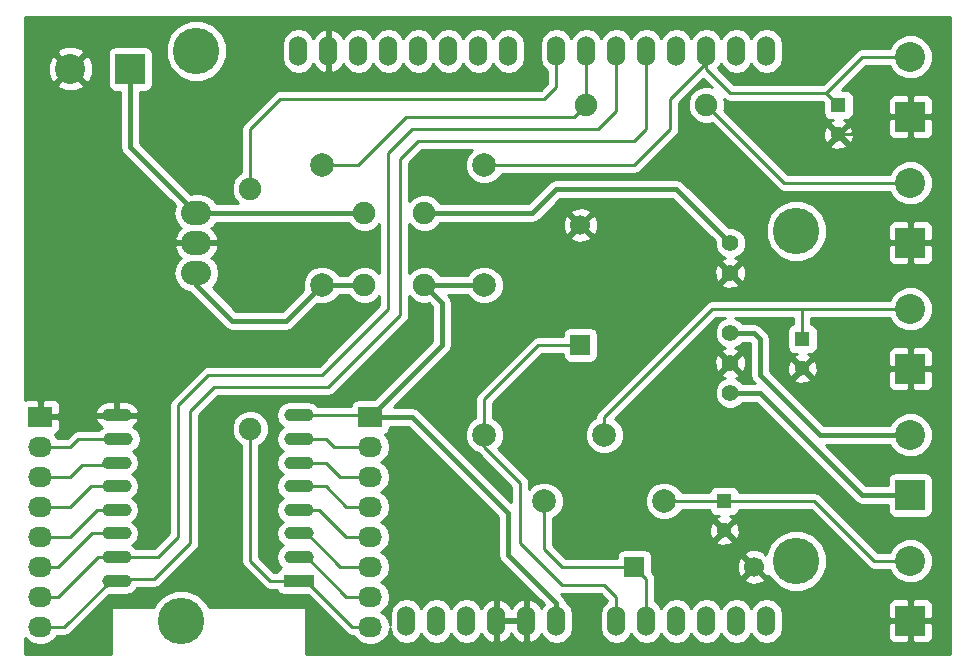
<source format=gbr>
G04 #@! TF.FileFunction,Copper,L2,Bot,Signal*
%FSLAX46Y46*%
G04 Gerber Fmt 4.6, Leading zero omitted, Abs format (unit mm)*
G04 Created by KiCad (PCBNEW 4.0.2+dfsg1-stable) date sáb 28 ene 2017 09:14:19 CET*
%MOMM*%
G01*
G04 APERTURE LIST*
%ADD10C,0.100000*%
%ADD11O,1.524000X2.540000*%
%ADD12C,3.937000*%
%ADD13R,2.032000X1.727200*%
%ADD14O,2.032000X1.727200*%
%ADD15R,2.500000X1.100000*%
%ADD16O,2.500000X1.100000*%
%ADD17R,1.300000X1.300000*%
%ADD18C,1.300000*%
%ADD19C,1.699260*%
%ADD20R,1.699260X1.699260*%
%ADD21R,2.540000X2.540000*%
%ADD22C,2.540000*%
%ADD23C,1.998980*%
%ADD24C,1.400000*%
%ADD25O,2.540000X2.032000*%
%ADD26C,1.900000*%
%ADD27C,0.250000*%
%ADD28C,0.400000*%
%ADD29C,0.254000*%
G04 APERTURE END LIST*
D10*
D11*
X135636000Y-82296000D03*
X133096000Y-82296000D03*
X130556000Y-82296000D03*
X122936000Y-82296000D03*
X125476000Y-82296000D03*
X128016000Y-82296000D03*
X117856000Y-82296000D03*
X115316000Y-82296000D03*
X112776000Y-82296000D03*
X107696000Y-82296000D03*
X105156000Y-82296000D03*
X135636000Y-34036000D03*
X133096000Y-34036000D03*
X130556000Y-34036000D03*
X128016000Y-34036000D03*
X125476000Y-34036000D03*
X122936000Y-34036000D03*
X120396000Y-34036000D03*
X117856000Y-34036000D03*
X113792000Y-34036000D03*
X111252000Y-34036000D03*
X108712000Y-34036000D03*
X106172000Y-34036000D03*
X103632000Y-34036000D03*
X101092000Y-34036000D03*
X98552000Y-34036000D03*
X96012000Y-34036000D03*
X110236000Y-82296000D03*
D12*
X138176000Y-77216000D03*
X138176000Y-49276000D03*
X87376000Y-34036000D03*
X86106000Y-82296000D03*
D13*
X74168000Y-65024000D03*
D14*
X74168000Y-67564000D03*
X74168000Y-70104000D03*
X74168000Y-72644000D03*
X74168000Y-75184000D03*
X74168000Y-77724000D03*
X74168000Y-80264000D03*
X74168000Y-82804000D03*
D15*
X96038900Y-78892400D03*
D16*
X96038900Y-76892400D03*
X96038900Y-74892400D03*
X96038900Y-72892400D03*
X96038900Y-70892400D03*
X96038900Y-68892400D03*
X96038900Y-66892400D03*
X96038900Y-64892400D03*
X80638900Y-64892400D03*
X80738900Y-66892400D03*
X80638900Y-68892400D03*
X80638900Y-70892400D03*
X80638900Y-72892400D03*
X80638900Y-74892400D03*
X80638900Y-76892400D03*
X80638900Y-78892400D03*
D13*
X102108000Y-65024000D03*
D14*
X102108000Y-67564000D03*
X102108000Y-70104000D03*
X102108000Y-72644000D03*
X102108000Y-75184000D03*
X102108000Y-77724000D03*
X102108000Y-80264000D03*
X102108000Y-82804000D03*
D17*
X141732000Y-38608000D03*
D18*
X141732000Y-41108000D03*
D17*
X138684000Y-58420000D03*
D18*
X138684000Y-60920000D03*
D17*
X132080000Y-72136000D03*
D18*
X132080000Y-74636000D03*
D19*
X119885460Y-48767480D03*
D20*
X119885460Y-58927480D03*
D19*
X134620520Y-77721460D03*
D20*
X124460520Y-77721460D03*
D21*
X147828000Y-60960000D03*
D22*
X147828000Y-55880000D03*
D21*
X147828000Y-82296000D03*
D22*
X147828000Y-77216000D03*
D23*
X111760000Y-66548000D03*
X121920000Y-66548000D03*
X116840000Y-72136000D03*
X127000000Y-72136000D03*
D24*
X132588000Y-50292000D03*
X132588000Y-52832000D03*
X132588000Y-57912000D03*
X132588000Y-60452000D03*
X132588000Y-62992000D03*
D21*
X147828000Y-39624000D03*
D22*
X147828000Y-34544000D03*
D21*
X81788000Y-35560000D03*
D22*
X76708000Y-35560000D03*
D21*
X147828000Y-50292000D03*
D22*
X147828000Y-45212000D03*
D25*
X87376000Y-50292000D03*
X87376000Y-52832000D03*
X87376000Y-47752000D03*
D21*
X147828000Y-71628000D03*
D22*
X147828000Y-66548000D03*
D23*
X98044000Y-53848000D03*
X98044000Y-43688000D03*
X111760000Y-53848000D03*
X111760000Y-43688000D03*
D26*
X91948000Y-66040000D03*
X91948000Y-45720000D03*
X120396000Y-38608000D03*
X130556000Y-38608000D03*
X106680000Y-53848000D03*
X101600000Y-53848000D03*
X106680000Y-47752000D03*
X101600000Y-47752000D03*
D27*
X141732000Y-41108000D02*
X142788000Y-41108000D01*
X144272000Y-39624000D02*
X147828000Y-39624000D01*
X142788000Y-41108000D02*
X144272000Y-39624000D01*
X74168000Y-67564000D02*
X76708000Y-67564000D01*
X77379600Y-66892400D02*
X81338900Y-66892400D01*
X76708000Y-67564000D02*
X77379600Y-66892400D01*
X74168000Y-70104000D02*
X76708000Y-70104000D01*
X77724000Y-69088000D02*
X81143300Y-69088000D01*
X76708000Y-70104000D02*
X77724000Y-69088000D01*
X81143300Y-69088000D02*
X81338900Y-68892400D01*
X74168000Y-72644000D02*
X76708000Y-72644000D01*
X78459600Y-70892400D02*
X81338900Y-70892400D01*
X76708000Y-72644000D02*
X78459600Y-70892400D01*
X74168000Y-75184000D02*
X76708000Y-75184000D01*
X78999600Y-72892400D02*
X81338900Y-72892400D01*
X76708000Y-75184000D02*
X78999600Y-72892400D01*
X74168000Y-77724000D02*
X75692000Y-77724000D01*
X78523600Y-74892400D02*
X81338900Y-74892400D01*
X75692000Y-77724000D02*
X78523600Y-74892400D01*
X122936000Y-34036000D02*
X122936000Y-39116000D01*
X84143600Y-76892400D02*
X81338900Y-76892400D01*
X85852000Y-75184000D02*
X84143600Y-76892400D01*
X85852000Y-64008000D02*
X85852000Y-75184000D01*
X88392000Y-61468000D02*
X85852000Y-64008000D01*
X98044000Y-61468000D02*
X88392000Y-61468000D01*
X103632000Y-55880000D02*
X98044000Y-61468000D01*
X103632000Y-42672000D02*
X103632000Y-55880000D01*
X105664000Y-40640000D02*
X103632000Y-42672000D01*
X121412000Y-40640000D02*
X105664000Y-40640000D01*
X122936000Y-39116000D02*
X121412000Y-40640000D01*
X122936000Y-34036000D02*
X122936000Y-35052000D01*
X122936000Y-34036000D02*
X122936000Y-34544000D01*
X81338900Y-76892400D02*
X79063600Y-76892400D01*
X79063600Y-76892400D02*
X75692000Y-80264000D01*
X75692000Y-80264000D02*
X74168000Y-80264000D01*
X104648000Y-43180000D02*
X104648000Y-56388000D01*
X125476000Y-40640000D02*
X124460000Y-41656000D01*
X124460000Y-41656000D02*
X106172000Y-41656000D01*
X106172000Y-41656000D02*
X104648000Y-43180000D01*
X125476000Y-34036000D02*
X125476000Y-40640000D01*
X83820000Y-78740000D02*
X81491300Y-78740000D01*
X86868000Y-75692000D02*
X83820000Y-78740000D01*
X86868000Y-64516000D02*
X86868000Y-75692000D01*
X88900000Y-62484000D02*
X86868000Y-64516000D01*
X98552000Y-62484000D02*
X88900000Y-62484000D01*
X104648000Y-56388000D02*
X98552000Y-62484000D01*
X81491300Y-78740000D02*
X81338900Y-78892400D01*
X125476000Y-34036000D02*
X125476000Y-35052000D01*
X81338900Y-78892400D02*
X80111600Y-78892400D01*
X80111600Y-78892400D02*
X76200000Y-82804000D01*
X76200000Y-82804000D02*
X74168000Y-82804000D01*
X125476000Y-34036000D02*
X125476000Y-34544000D01*
X95338900Y-66892400D02*
X98388400Y-66892400D01*
X99060000Y-67564000D02*
X102108000Y-67564000D01*
X98388400Y-66892400D02*
X99060000Y-67564000D01*
X95338900Y-68892400D02*
X98356400Y-68892400D01*
X99568000Y-70104000D02*
X102108000Y-70104000D01*
X98356400Y-68892400D02*
X99568000Y-70104000D01*
X95338900Y-70892400D02*
X98324400Y-70892400D01*
X100076000Y-72644000D02*
X102108000Y-72644000D01*
X98324400Y-70892400D02*
X100076000Y-72644000D01*
X95338900Y-72892400D02*
X97795600Y-72892400D01*
X100087200Y-75184000D02*
X102108000Y-75184000D01*
X97795600Y-72892400D02*
X100087200Y-75184000D01*
X95338900Y-76892400D02*
X96704400Y-76892400D01*
X96704400Y-76892400D02*
X100076000Y-80264000D01*
X100076000Y-80264000D02*
X102108000Y-80264000D01*
X130556000Y-34036000D02*
X130556000Y-35052000D01*
X130556000Y-35052000D02*
X127508000Y-38100000D01*
X124460000Y-43688000D02*
X111760000Y-43688000D01*
X127508000Y-40640000D02*
X124460000Y-43688000D01*
X127508000Y-38100000D02*
X127508000Y-40640000D01*
X130556000Y-34036000D02*
X130556000Y-35560000D01*
X140716000Y-37592000D02*
X141732000Y-38608000D01*
X130556000Y-35560000D02*
X131572000Y-36576000D01*
X143764000Y-34544000D02*
X147828000Y-34544000D01*
X131572000Y-36576000D02*
X132588000Y-37592000D01*
X132588000Y-37592000D02*
X140716000Y-37592000D01*
X140716000Y-37592000D02*
X141732000Y-36576000D01*
X141732000Y-36576000D02*
X143764000Y-34544000D01*
X111760000Y-66548000D02*
X111760000Y-67564000D01*
X122936000Y-80264000D02*
X122936000Y-82296000D01*
X121920000Y-79248000D02*
X122936000Y-80264000D01*
X118364000Y-79248000D02*
X121920000Y-79248000D01*
X114808000Y-75692000D02*
X118364000Y-79248000D01*
X114808000Y-70612000D02*
X114808000Y-75692000D01*
X111760000Y-67564000D02*
X114808000Y-70612000D01*
X119885460Y-58927480D02*
X116332520Y-58927480D01*
X111760000Y-63500000D02*
X111760000Y-66548000D01*
X116332520Y-58927480D02*
X111760000Y-63500000D01*
X124460520Y-77721460D02*
X124460520Y-77724520D01*
X124460520Y-77724520D02*
X125476000Y-78740000D01*
X125476000Y-78740000D02*
X125476000Y-82296000D01*
X116840000Y-72136000D02*
X116840000Y-76200000D01*
X118361460Y-77721460D02*
X124460520Y-77721460D01*
X116840000Y-76200000D02*
X118361460Y-77721460D01*
X125476000Y-81280000D02*
X125476000Y-82296000D01*
X117856000Y-34036000D02*
X117856000Y-37084000D01*
X93624400Y-78892400D02*
X95338900Y-78892400D01*
X91948000Y-77216000D02*
X93624400Y-78892400D01*
X91948000Y-75692000D02*
X91948000Y-77216000D01*
X91948000Y-66040000D02*
X91948000Y-75692000D01*
X91948000Y-40640000D02*
X91948000Y-45720000D01*
X94488000Y-38100000D02*
X91948000Y-40640000D01*
X116840000Y-38100000D02*
X94488000Y-38100000D01*
X117856000Y-37084000D02*
X116840000Y-38100000D01*
X95338900Y-78892400D02*
X96672400Y-78892400D01*
X96672400Y-78892400D02*
X100584000Y-82804000D01*
X100584000Y-82804000D02*
X102108000Y-82804000D01*
X95338900Y-78892400D02*
X95656400Y-78892400D01*
X95186500Y-78740000D02*
X95338900Y-78892400D01*
X147828000Y-45212000D02*
X137160000Y-45212000D01*
X130556000Y-38608000D02*
X137160000Y-45212000D01*
X120396000Y-34036000D02*
X120396000Y-38100000D01*
X120396000Y-38100000D02*
X120396000Y-38608000D01*
X101092000Y-43688000D02*
X98044000Y-43688000D01*
X105156000Y-39624000D02*
X101092000Y-43688000D01*
X119380000Y-39624000D02*
X105156000Y-39624000D01*
X120396000Y-38608000D02*
X119380000Y-39624000D01*
X95338900Y-74892400D02*
X96736400Y-74892400D01*
X96736400Y-74892400D02*
X99568000Y-77724000D01*
X99568000Y-77724000D02*
X102108000Y-77724000D01*
D28*
X106680000Y-53848000D02*
X111760000Y-53848000D01*
X87376000Y-53848000D02*
X90424000Y-56896000D01*
X90424000Y-56896000D02*
X94996000Y-56896000D01*
X94996000Y-56896000D02*
X98044000Y-53848000D01*
D27*
X87376000Y-52832000D02*
X87376000Y-53848000D01*
D28*
X98044000Y-53848000D02*
X101600000Y-53848000D01*
X108204000Y-58928000D02*
X102108000Y-65024000D01*
X108204000Y-55372000D02*
X108204000Y-58928000D01*
X106680000Y-53848000D02*
X108204000Y-55372000D01*
D27*
X95338900Y-64892400D02*
X101976400Y-64892400D01*
X101976400Y-64892400D02*
X102108000Y-65024000D01*
D28*
X102108000Y-65024000D02*
X105664000Y-65024000D01*
X105664000Y-65024000D02*
X113792000Y-73152000D01*
X113792000Y-73152000D02*
X113792000Y-76708000D01*
X113792000Y-76708000D02*
X117856000Y-80772000D01*
X117856000Y-80772000D02*
X117856000Y-82296000D01*
X110236000Y-82296000D02*
X110236000Y-81788000D01*
X87376000Y-47752000D02*
X101600000Y-47752000D01*
X128016000Y-45720000D02*
X132588000Y-50292000D01*
X117856000Y-45720000D02*
X128016000Y-45720000D01*
X117348000Y-46228000D02*
X117856000Y-45720000D01*
X115824000Y-47752000D02*
X117348000Y-46228000D01*
X106680000Y-47752000D02*
X115824000Y-47752000D01*
X81788000Y-35560000D02*
X81788000Y-42164000D01*
X81788000Y-42164000D02*
X87376000Y-47752000D01*
D27*
X138684000Y-55880000D02*
X138684000Y-58420000D01*
X147828000Y-55880000D02*
X138684000Y-55880000D01*
X138684000Y-55880000D02*
X131064000Y-55880000D01*
X121920000Y-65024000D02*
X121920000Y-66548000D01*
X131064000Y-55880000D02*
X121920000Y-65024000D01*
X132080000Y-72136000D02*
X139700000Y-72136000D01*
X144780000Y-77216000D02*
X147828000Y-77216000D01*
X139700000Y-72136000D02*
X144780000Y-77216000D01*
X127000000Y-72136000D02*
X132080000Y-72136000D01*
D28*
X132588000Y-62992000D02*
X135128000Y-62992000D01*
X143764000Y-71628000D02*
X147828000Y-71628000D01*
X140208000Y-68072000D02*
X143764000Y-71628000D01*
X135128000Y-62992000D02*
X140208000Y-68072000D01*
X132588000Y-57912000D02*
X134620000Y-57912000D01*
X140208000Y-66548000D02*
X147828000Y-66548000D01*
X135128000Y-61468000D02*
X140208000Y-66548000D01*
X135128000Y-58420000D02*
X135128000Y-61468000D01*
X134620000Y-57912000D02*
X135128000Y-58420000D01*
D29*
G36*
X151182000Y-85142000D02*
X96647000Y-85142000D01*
X96647000Y-81280000D01*
X96638315Y-81233841D01*
X96611035Y-81191447D01*
X96569410Y-81163006D01*
X96520000Y-81153000D01*
X88450713Y-81153000D01*
X88314427Y-80823162D01*
X87582690Y-80090147D01*
X86626140Y-79692953D01*
X85590404Y-79692049D01*
X84633162Y-80087573D01*
X83900147Y-80819310D01*
X83761587Y-81153000D01*
X80264000Y-81153000D01*
X80217841Y-81161685D01*
X80175447Y-81188965D01*
X80147006Y-81230590D01*
X80137000Y-81280000D01*
X80137000Y-85142000D01*
X72846000Y-85142000D01*
X72846000Y-83747556D01*
X72923585Y-83863670D01*
X73409766Y-84188526D01*
X73983255Y-84302600D01*
X74352745Y-84302600D01*
X74926234Y-84188526D01*
X75412415Y-83863670D01*
X75612648Y-83564000D01*
X76200000Y-83564000D01*
X76490839Y-83506148D01*
X76737401Y-83341401D01*
X80001402Y-80077400D01*
X81375829Y-80077400D01*
X81829309Y-79987197D01*
X82213751Y-79730322D01*
X82367647Y-79500000D01*
X83820000Y-79500000D01*
X84110839Y-79442148D01*
X84357401Y-79277401D01*
X87405401Y-76229401D01*
X87570148Y-75982839D01*
X87628000Y-75692000D01*
X87628000Y-64830802D01*
X89214802Y-63244000D01*
X98552000Y-63244000D01*
X98842839Y-63186148D01*
X99089401Y-63021401D01*
X105185401Y-56925401D01*
X105350148Y-56678839D01*
X105408000Y-56388000D01*
X105408000Y-54817265D01*
X105780997Y-55190914D01*
X106363341Y-55432724D01*
X106993893Y-55433275D01*
X107057942Y-55406810D01*
X107369000Y-55717868D01*
X107369000Y-58582132D01*
X102438172Y-63512960D01*
X101092000Y-63512960D01*
X100856683Y-63557238D01*
X100640559Y-63696310D01*
X100495569Y-63908510D01*
X100450230Y-64132400D01*
X97665817Y-64132400D01*
X97613751Y-64054478D01*
X97229309Y-63797603D01*
X96775829Y-63707400D01*
X95301971Y-63707400D01*
X94848491Y-63797603D01*
X94464049Y-64054478D01*
X94207174Y-64438920D01*
X94116971Y-64892400D01*
X94207174Y-65345880D01*
X94464049Y-65730322D01*
X94706617Y-65892400D01*
X94464049Y-66054478D01*
X94207174Y-66438920D01*
X94116971Y-66892400D01*
X94207174Y-67345880D01*
X94464049Y-67730322D01*
X94706617Y-67892400D01*
X94464049Y-68054478D01*
X94207174Y-68438920D01*
X94116971Y-68892400D01*
X94207174Y-69345880D01*
X94464049Y-69730322D01*
X94706617Y-69892400D01*
X94464049Y-70054478D01*
X94207174Y-70438920D01*
X94116971Y-70892400D01*
X94207174Y-71345880D01*
X94464049Y-71730322D01*
X94706617Y-71892400D01*
X94464049Y-72054478D01*
X94207174Y-72438920D01*
X94116971Y-72892400D01*
X94207174Y-73345880D01*
X94464049Y-73730322D01*
X94706617Y-73892400D01*
X94464049Y-74054478D01*
X94207174Y-74438920D01*
X94116971Y-74892400D01*
X94207174Y-75345880D01*
X94464049Y-75730322D01*
X94706617Y-75892400D01*
X94464049Y-76054478D01*
X94207174Y-76438920D01*
X94116971Y-76892400D01*
X94207174Y-77345880D01*
X94464049Y-77730322D01*
X94514771Y-77764213D01*
X94337459Y-77878310D01*
X94192469Y-78090510D01*
X94183986Y-78132400D01*
X93939202Y-78132400D01*
X92708000Y-76901198D01*
X92708000Y-67440947D01*
X92844657Y-67384481D01*
X93290914Y-66939003D01*
X93532724Y-66356659D01*
X93533275Y-65726107D01*
X93292481Y-65143343D01*
X92847003Y-64697086D01*
X92264659Y-64455276D01*
X91634107Y-64454725D01*
X91051343Y-64695519D01*
X90605086Y-65140997D01*
X90363276Y-65723341D01*
X90362725Y-66353893D01*
X90603519Y-66936657D01*
X91048997Y-67382914D01*
X91188000Y-67440633D01*
X91188000Y-77216000D01*
X91245852Y-77506839D01*
X91410599Y-77753401D01*
X93086999Y-79429801D01*
X93333561Y-79594548D01*
X93624400Y-79652400D01*
X94180974Y-79652400D01*
X94185738Y-79677717D01*
X94324810Y-79893841D01*
X94537010Y-80038831D01*
X94788900Y-80089840D01*
X96795038Y-80089840D01*
X100046599Y-83341401D01*
X100293161Y-83506148D01*
X100584000Y-83564000D01*
X100663352Y-83564000D01*
X100863585Y-83863670D01*
X101349766Y-84188526D01*
X101923255Y-84302600D01*
X102292745Y-84302600D01*
X102866234Y-84188526D01*
X103352415Y-83863670D01*
X103677271Y-83377489D01*
X103771461Y-82903965D01*
X103865340Y-83375930D01*
X104168172Y-83829149D01*
X104621391Y-84131981D01*
X105156000Y-84238321D01*
X105690609Y-84131981D01*
X106143828Y-83829149D01*
X106426000Y-83406850D01*
X106708172Y-83829149D01*
X107161391Y-84131981D01*
X107696000Y-84238321D01*
X108230609Y-84131981D01*
X108683828Y-83829149D01*
X108966000Y-83406850D01*
X109248172Y-83829149D01*
X109701391Y-84131981D01*
X110236000Y-84238321D01*
X110770609Y-84131981D01*
X111223828Y-83829149D01*
X111515330Y-83392887D01*
X111533941Y-83455941D01*
X111877974Y-83881630D01*
X112358723Y-84143260D01*
X112432930Y-84158220D01*
X112649000Y-84035720D01*
X112649000Y-82423000D01*
X112903000Y-82423000D01*
X112903000Y-84035720D01*
X113119070Y-84158220D01*
X113193277Y-84143260D01*
X113674026Y-83881630D01*
X114018059Y-83455941D01*
X114046000Y-83361277D01*
X114073941Y-83455941D01*
X114417974Y-83881630D01*
X114898723Y-84143260D01*
X114972930Y-84158220D01*
X115189000Y-84035720D01*
X115189000Y-82423000D01*
X112903000Y-82423000D01*
X112649000Y-82423000D01*
X112629000Y-82423000D01*
X112629000Y-82169000D01*
X112649000Y-82169000D01*
X112649000Y-80556280D01*
X112903000Y-80556280D01*
X112903000Y-82169000D01*
X115189000Y-82169000D01*
X115189000Y-80556280D01*
X114972930Y-80433780D01*
X114898723Y-80448740D01*
X114417974Y-80710370D01*
X114073941Y-81136059D01*
X114046000Y-81230723D01*
X114018059Y-81136059D01*
X113674026Y-80710370D01*
X113193277Y-80448740D01*
X113119070Y-80433780D01*
X112903000Y-80556280D01*
X112649000Y-80556280D01*
X112432930Y-80433780D01*
X112358723Y-80448740D01*
X111877974Y-80710370D01*
X111533941Y-81136059D01*
X111515330Y-81199113D01*
X111223828Y-80762851D01*
X110770609Y-80460019D01*
X110236000Y-80353679D01*
X109701391Y-80460019D01*
X109248172Y-80762851D01*
X108966000Y-81185150D01*
X108683828Y-80762851D01*
X108230609Y-80460019D01*
X107696000Y-80353679D01*
X107161391Y-80460019D01*
X106708172Y-80762851D01*
X106426000Y-81185150D01*
X106143828Y-80762851D01*
X105690609Y-80460019D01*
X105156000Y-80353679D01*
X104621391Y-80460019D01*
X104168172Y-80762851D01*
X103865340Y-81216070D01*
X103759000Y-81750679D01*
X103759000Y-82641391D01*
X103677271Y-82230511D01*
X103352415Y-81744330D01*
X103037634Y-81534000D01*
X103352415Y-81323670D01*
X103677271Y-80837489D01*
X103791345Y-80264000D01*
X103677271Y-79690511D01*
X103352415Y-79204330D01*
X103037634Y-78994000D01*
X103352415Y-78783670D01*
X103677271Y-78297489D01*
X103791345Y-77724000D01*
X103677271Y-77150511D01*
X103352415Y-76664330D01*
X103037634Y-76454000D01*
X103352415Y-76243670D01*
X103677271Y-75757489D01*
X103791345Y-75184000D01*
X103677271Y-74610511D01*
X103352415Y-74124330D01*
X103037634Y-73914000D01*
X103352415Y-73703670D01*
X103677271Y-73217489D01*
X103791345Y-72644000D01*
X103677271Y-72070511D01*
X103352415Y-71584330D01*
X103037634Y-71374000D01*
X103352415Y-71163670D01*
X103677271Y-70677489D01*
X103791345Y-70104000D01*
X103677271Y-69530511D01*
X103352415Y-69044330D01*
X103037634Y-68834000D01*
X103352415Y-68623670D01*
X103677271Y-68137489D01*
X103791345Y-67564000D01*
X103677271Y-66990511D01*
X103352415Y-66504330D01*
X103338087Y-66494757D01*
X103359317Y-66490762D01*
X103575441Y-66351690D01*
X103720431Y-66139490D01*
X103771440Y-65887600D01*
X103771440Y-65859000D01*
X105318132Y-65859000D01*
X112957000Y-73497868D01*
X112957000Y-76708000D01*
X113020561Y-77027541D01*
X113201566Y-77298434D01*
X116787186Y-80884054D01*
X116576670Y-81199113D01*
X116558059Y-81136059D01*
X116214026Y-80710370D01*
X115733277Y-80448740D01*
X115659070Y-80433780D01*
X115443000Y-80556280D01*
X115443000Y-82169000D01*
X115463000Y-82169000D01*
X115463000Y-82423000D01*
X115443000Y-82423000D01*
X115443000Y-84035720D01*
X115659070Y-84158220D01*
X115733277Y-84143260D01*
X116214026Y-83881630D01*
X116558059Y-83455941D01*
X116576670Y-83392887D01*
X116868172Y-83829149D01*
X117321391Y-84131981D01*
X117856000Y-84238321D01*
X118390609Y-84131981D01*
X118843828Y-83829149D01*
X119146660Y-83375930D01*
X119253000Y-82841321D01*
X119253000Y-81750679D01*
X119146660Y-81216070D01*
X118843828Y-80762851D01*
X118665475Y-80643679D01*
X118627439Y-80452459D01*
X118446434Y-80181566D01*
X118250239Y-79985371D01*
X118364000Y-80008000D01*
X121605198Y-80008000D01*
X122176000Y-80578802D01*
X122176000Y-80610621D01*
X121948172Y-80762851D01*
X121645340Y-81216070D01*
X121539000Y-81750679D01*
X121539000Y-82841321D01*
X121645340Y-83375930D01*
X121948172Y-83829149D01*
X122401391Y-84131981D01*
X122936000Y-84238321D01*
X123470609Y-84131981D01*
X123923828Y-83829149D01*
X124206000Y-83406850D01*
X124488172Y-83829149D01*
X124941391Y-84131981D01*
X125476000Y-84238321D01*
X126010609Y-84131981D01*
X126463828Y-83829149D01*
X126746000Y-83406850D01*
X127028172Y-83829149D01*
X127481391Y-84131981D01*
X128016000Y-84238321D01*
X128550609Y-84131981D01*
X129003828Y-83829149D01*
X129286000Y-83406850D01*
X129568172Y-83829149D01*
X130021391Y-84131981D01*
X130556000Y-84238321D01*
X131090609Y-84131981D01*
X131543828Y-83829149D01*
X131826000Y-83406850D01*
X132108172Y-83829149D01*
X132561391Y-84131981D01*
X133096000Y-84238321D01*
X133630609Y-84131981D01*
X134083828Y-83829149D01*
X134366000Y-83406850D01*
X134648172Y-83829149D01*
X135101391Y-84131981D01*
X135636000Y-84238321D01*
X136170609Y-84131981D01*
X136623828Y-83829149D01*
X136926660Y-83375930D01*
X137033000Y-82841321D01*
X137033000Y-82581750D01*
X145923000Y-82581750D01*
X145923000Y-83692309D01*
X146019673Y-83925698D01*
X146198301Y-84104327D01*
X146431690Y-84201000D01*
X147542250Y-84201000D01*
X147701000Y-84042250D01*
X147701000Y-82423000D01*
X147955000Y-82423000D01*
X147955000Y-84042250D01*
X148113750Y-84201000D01*
X149224310Y-84201000D01*
X149457699Y-84104327D01*
X149636327Y-83925698D01*
X149733000Y-83692309D01*
X149733000Y-82581750D01*
X149574250Y-82423000D01*
X147955000Y-82423000D01*
X147701000Y-82423000D01*
X146081750Y-82423000D01*
X145923000Y-82581750D01*
X137033000Y-82581750D01*
X137033000Y-81750679D01*
X136926660Y-81216070D01*
X136715262Y-80899691D01*
X145923000Y-80899691D01*
X145923000Y-82010250D01*
X146081750Y-82169000D01*
X147701000Y-82169000D01*
X147701000Y-80549750D01*
X147955000Y-80549750D01*
X147955000Y-82169000D01*
X149574250Y-82169000D01*
X149733000Y-82010250D01*
X149733000Y-80899691D01*
X149636327Y-80666302D01*
X149457699Y-80487673D01*
X149224310Y-80391000D01*
X148113750Y-80391000D01*
X147955000Y-80549750D01*
X147701000Y-80549750D01*
X147542250Y-80391000D01*
X146431690Y-80391000D01*
X146198301Y-80487673D01*
X146019673Y-80666302D01*
X145923000Y-80899691D01*
X136715262Y-80899691D01*
X136623828Y-80762851D01*
X136170609Y-80460019D01*
X135636000Y-80353679D01*
X135101391Y-80460019D01*
X134648172Y-80762851D01*
X134366000Y-81185150D01*
X134083828Y-80762851D01*
X133630609Y-80460019D01*
X133096000Y-80353679D01*
X132561391Y-80460019D01*
X132108172Y-80762851D01*
X131826000Y-81185150D01*
X131543828Y-80762851D01*
X131090609Y-80460019D01*
X130556000Y-80353679D01*
X130021391Y-80460019D01*
X129568172Y-80762851D01*
X129286000Y-81185150D01*
X129003828Y-80762851D01*
X128550609Y-80460019D01*
X128016000Y-80353679D01*
X127481391Y-80460019D01*
X127028172Y-80762851D01*
X126746000Y-81185150D01*
X126463828Y-80762851D01*
X126236000Y-80610621D01*
X126236000Y-78765150D01*
X133756435Y-78765150D01*
X133836662Y-79016413D01*
X134391887Y-79217810D01*
X134981919Y-79191401D01*
X135404378Y-79016413D01*
X135484605Y-78765150D01*
X134620520Y-77901065D01*
X133756435Y-78765150D01*
X126236000Y-78765150D01*
X126236000Y-78740000D01*
X126178148Y-78449161D01*
X126013401Y-78202599D01*
X125957590Y-78146788D01*
X125957590Y-77492827D01*
X133124170Y-77492827D01*
X133150579Y-78082859D01*
X133325567Y-78505318D01*
X133576830Y-78585545D01*
X134440915Y-77721460D01*
X133576830Y-76857375D01*
X133325567Y-76937602D01*
X133124170Y-77492827D01*
X125957590Y-77492827D01*
X125957590Y-76871830D01*
X125921076Y-76677770D01*
X133756435Y-76677770D01*
X134620520Y-77541855D01*
X134634663Y-77527713D01*
X134814268Y-77707318D01*
X134800125Y-77721460D01*
X135664210Y-78585545D01*
X135894510Y-78512011D01*
X135967573Y-78688838D01*
X136699310Y-79421853D01*
X137655860Y-79819047D01*
X138691596Y-79819951D01*
X139648838Y-79424427D01*
X140381853Y-78692690D01*
X140779047Y-77736140D01*
X140779951Y-76700404D01*
X140384427Y-75743162D01*
X139652690Y-75010147D01*
X138696140Y-74612953D01*
X137660404Y-74612049D01*
X136703162Y-75007573D01*
X135970147Y-75739310D01*
X135619653Y-76583393D01*
X135599316Y-76563056D01*
X135484604Y-76677768D01*
X135404378Y-76426507D01*
X134849153Y-76225110D01*
X134259121Y-76251519D01*
X133836662Y-76426507D01*
X133756435Y-76677770D01*
X125921076Y-76677770D01*
X125913312Y-76636513D01*
X125774240Y-76420389D01*
X125562040Y-76275399D01*
X125310150Y-76224390D01*
X123610890Y-76224390D01*
X123375573Y-76268668D01*
X123159449Y-76407740D01*
X123014459Y-76619940D01*
X122963450Y-76871830D01*
X122963450Y-76961460D01*
X118676262Y-76961460D01*
X117600000Y-75885198D01*
X117600000Y-75535016D01*
X131360590Y-75535016D01*
X131416271Y-75765611D01*
X131899078Y-75933622D01*
X132409428Y-75904083D01*
X132743729Y-75765611D01*
X132799410Y-75535016D01*
X132080000Y-74815605D01*
X131360590Y-75535016D01*
X117600000Y-75535016D01*
X117600000Y-74455078D01*
X130782378Y-74455078D01*
X130811917Y-74965428D01*
X130950389Y-75299729D01*
X131180984Y-75355410D01*
X131900395Y-74636000D01*
X132259605Y-74636000D01*
X132979016Y-75355410D01*
X133209611Y-75299729D01*
X133377622Y-74816922D01*
X133348083Y-74306572D01*
X133209611Y-73972271D01*
X132979016Y-73916590D01*
X132259605Y-74636000D01*
X131900395Y-74636000D01*
X131180984Y-73916590D01*
X130950389Y-73972271D01*
X130782378Y-74455078D01*
X117600000Y-74455078D01*
X117600000Y-73590496D01*
X117764655Y-73522462D01*
X118224846Y-73063073D01*
X118474206Y-72462547D01*
X118474208Y-72459694D01*
X125365226Y-72459694D01*
X125613538Y-73060655D01*
X126072927Y-73520846D01*
X126673453Y-73770206D01*
X127323694Y-73770774D01*
X127924655Y-73522462D01*
X128384846Y-73063073D01*
X128454221Y-72896000D01*
X130803258Y-72896000D01*
X130826838Y-73021317D01*
X130965910Y-73237441D01*
X131178110Y-73382431D01*
X131430000Y-73433440D01*
X131592385Y-73433440D01*
X131416271Y-73506389D01*
X131360590Y-73736984D01*
X132080000Y-74456395D01*
X132799410Y-73736984D01*
X132743729Y-73506389D01*
X132534098Y-73433440D01*
X132730000Y-73433440D01*
X132965317Y-73389162D01*
X133181441Y-73250090D01*
X133326431Y-73037890D01*
X133355164Y-72896000D01*
X139385198Y-72896000D01*
X144242599Y-77753401D01*
X144489161Y-77918148D01*
X144780000Y-77976000D01*
X146080813Y-77976000D01*
X146212078Y-78293686D01*
X146747495Y-78830039D01*
X147447410Y-79120668D01*
X148205265Y-79121330D01*
X148905686Y-78831922D01*
X149442039Y-78296505D01*
X149732668Y-77596590D01*
X149733330Y-76838735D01*
X149443922Y-76138314D01*
X148908505Y-75601961D01*
X148208590Y-75311332D01*
X147450735Y-75310670D01*
X146750314Y-75600078D01*
X146213961Y-76135495D01*
X146080876Y-76456000D01*
X145094802Y-76456000D01*
X140237401Y-71598599D01*
X139990839Y-71433852D01*
X139700000Y-71376000D01*
X133356742Y-71376000D01*
X133333162Y-71250683D01*
X133194090Y-71034559D01*
X132981890Y-70889569D01*
X132730000Y-70838560D01*
X131430000Y-70838560D01*
X131194683Y-70882838D01*
X130978559Y-71021910D01*
X130833569Y-71234110D01*
X130804836Y-71376000D01*
X128454496Y-71376000D01*
X128386462Y-71211345D01*
X127927073Y-70751154D01*
X127326547Y-70501794D01*
X126676306Y-70501226D01*
X126075345Y-70749538D01*
X125615154Y-71208927D01*
X125365794Y-71809453D01*
X125365226Y-72459694D01*
X118474208Y-72459694D01*
X118474774Y-71812306D01*
X118226462Y-71211345D01*
X117767073Y-70751154D01*
X117166547Y-70501794D01*
X116516306Y-70501226D01*
X115915345Y-70749538D01*
X115568000Y-71096278D01*
X115568000Y-70612000D01*
X115510148Y-70321161D01*
X115345401Y-70074599D01*
X112945187Y-67674385D01*
X113144846Y-67475073D01*
X113394206Y-66874547D01*
X113394208Y-66871694D01*
X120285226Y-66871694D01*
X120533538Y-67472655D01*
X120992927Y-67932846D01*
X121593453Y-68182206D01*
X122243694Y-68182774D01*
X122844655Y-67934462D01*
X123304846Y-67475073D01*
X123554206Y-66874547D01*
X123554774Y-66224306D01*
X123306462Y-65623345D01*
X122851357Y-65167445D01*
X127759680Y-60259122D01*
X131240581Y-60259122D01*
X131269336Y-60789440D01*
X131416958Y-61145831D01*
X131652725Y-61207669D01*
X132408395Y-60452000D01*
X132767605Y-60452000D01*
X133523275Y-61207669D01*
X133759042Y-61145831D01*
X133935419Y-60644878D01*
X133906664Y-60114560D01*
X133759042Y-59758169D01*
X133523275Y-59696331D01*
X132767605Y-60452000D01*
X132408395Y-60452000D01*
X131652725Y-59696331D01*
X131416958Y-59758169D01*
X131240581Y-60259122D01*
X127759680Y-60259122D01*
X131378802Y-56640000D01*
X132170586Y-56640000D01*
X131832771Y-56779582D01*
X131456902Y-57154796D01*
X131253232Y-57645287D01*
X131252769Y-58176383D01*
X131455582Y-58667229D01*
X131830796Y-59043098D01*
X132149212Y-59175316D01*
X131894169Y-59280958D01*
X131832331Y-59516725D01*
X132588000Y-60272395D01*
X133343669Y-59516725D01*
X133281831Y-59280958D01*
X133005889Y-59183804D01*
X133343229Y-59044418D01*
X133641166Y-58747000D01*
X134274132Y-58747000D01*
X134293000Y-58765869D01*
X134293000Y-61468000D01*
X134356561Y-61787541D01*
X134531671Y-62049611D01*
X134537566Y-62058434D01*
X134636132Y-62157000D01*
X133640786Y-62157000D01*
X133345204Y-61860902D01*
X133026788Y-61728684D01*
X133281831Y-61623042D01*
X133343669Y-61387275D01*
X132588000Y-60631605D01*
X131832331Y-61387275D01*
X131894169Y-61623042D01*
X132170111Y-61720196D01*
X131832771Y-61859582D01*
X131456902Y-62234796D01*
X131253232Y-62725287D01*
X131252769Y-63256383D01*
X131455582Y-63747229D01*
X131830796Y-64123098D01*
X132321287Y-64326768D01*
X132852383Y-64327231D01*
X133343229Y-64124418D01*
X133641166Y-63827000D01*
X134782132Y-63827000D01*
X143173566Y-72218434D01*
X143444459Y-72399439D01*
X143764000Y-72463000D01*
X145910560Y-72463000D01*
X145910560Y-72898000D01*
X145954838Y-73133317D01*
X146093910Y-73349441D01*
X146306110Y-73494431D01*
X146558000Y-73545440D01*
X149098000Y-73545440D01*
X149333317Y-73501162D01*
X149549441Y-73362090D01*
X149694431Y-73149890D01*
X149745440Y-72898000D01*
X149745440Y-70358000D01*
X149701162Y-70122683D01*
X149562090Y-69906559D01*
X149349890Y-69761569D01*
X149098000Y-69710560D01*
X146558000Y-69710560D01*
X146322683Y-69754838D01*
X146106559Y-69893910D01*
X145961569Y-70106110D01*
X145910560Y-70358000D01*
X145910560Y-70793000D01*
X144109868Y-70793000D01*
X140699868Y-67383000D01*
X146111802Y-67383000D01*
X146212078Y-67625686D01*
X146747495Y-68162039D01*
X147447410Y-68452668D01*
X148205265Y-68453330D01*
X148905686Y-68163922D01*
X149442039Y-67628505D01*
X149732668Y-66928590D01*
X149733330Y-66170735D01*
X149443922Y-65470314D01*
X148908505Y-64933961D01*
X148208590Y-64643332D01*
X147450735Y-64642670D01*
X146750314Y-64932078D01*
X146213961Y-65467495D01*
X146112019Y-65713000D01*
X140553868Y-65713000D01*
X136659884Y-61819016D01*
X137964590Y-61819016D01*
X138020271Y-62049611D01*
X138503078Y-62217622D01*
X139013428Y-62188083D01*
X139347729Y-62049611D01*
X139403410Y-61819016D01*
X138684000Y-61099605D01*
X137964590Y-61819016D01*
X136659884Y-61819016D01*
X135963000Y-61122132D01*
X135963000Y-60739078D01*
X137386378Y-60739078D01*
X137415917Y-61249428D01*
X137554389Y-61583729D01*
X137784984Y-61639410D01*
X138504395Y-60920000D01*
X138863605Y-60920000D01*
X139583016Y-61639410D01*
X139813611Y-61583729D01*
X139931223Y-61245750D01*
X145923000Y-61245750D01*
X145923000Y-62356309D01*
X146019673Y-62589698D01*
X146198301Y-62768327D01*
X146431690Y-62865000D01*
X147542250Y-62865000D01*
X147701000Y-62706250D01*
X147701000Y-61087000D01*
X147955000Y-61087000D01*
X147955000Y-62706250D01*
X148113750Y-62865000D01*
X149224310Y-62865000D01*
X149457699Y-62768327D01*
X149636327Y-62589698D01*
X149733000Y-62356309D01*
X149733000Y-61245750D01*
X149574250Y-61087000D01*
X147955000Y-61087000D01*
X147701000Y-61087000D01*
X146081750Y-61087000D01*
X145923000Y-61245750D01*
X139931223Y-61245750D01*
X139981622Y-61100922D01*
X139952083Y-60590572D01*
X139813611Y-60256271D01*
X139583016Y-60200590D01*
X138863605Y-60920000D01*
X138504395Y-60920000D01*
X137784984Y-60200590D01*
X137554389Y-60256271D01*
X137386378Y-60739078D01*
X135963000Y-60739078D01*
X135963000Y-58420000D01*
X135899439Y-58100459D01*
X135773515Y-57912000D01*
X135718434Y-57829565D01*
X135210434Y-57321566D01*
X135051756Y-57215541D01*
X134939541Y-57140561D01*
X134620000Y-57077000D01*
X133640786Y-57077000D01*
X133345204Y-56780902D01*
X133005875Y-56640000D01*
X137924000Y-56640000D01*
X137924000Y-57143258D01*
X137798683Y-57166838D01*
X137582559Y-57305910D01*
X137437569Y-57518110D01*
X137386560Y-57770000D01*
X137386560Y-59070000D01*
X137430838Y-59305317D01*
X137569910Y-59521441D01*
X137782110Y-59666431D01*
X138034000Y-59717440D01*
X138196385Y-59717440D01*
X138020271Y-59790389D01*
X137964590Y-60020984D01*
X138684000Y-60740395D01*
X139403410Y-60020984D01*
X139347729Y-59790389D01*
X139138098Y-59717440D01*
X139334000Y-59717440D01*
X139569317Y-59673162D01*
X139739439Y-59563691D01*
X145923000Y-59563691D01*
X145923000Y-60674250D01*
X146081750Y-60833000D01*
X147701000Y-60833000D01*
X147701000Y-59213750D01*
X147955000Y-59213750D01*
X147955000Y-60833000D01*
X149574250Y-60833000D01*
X149733000Y-60674250D01*
X149733000Y-59563691D01*
X149636327Y-59330302D01*
X149457699Y-59151673D01*
X149224310Y-59055000D01*
X148113750Y-59055000D01*
X147955000Y-59213750D01*
X147701000Y-59213750D01*
X147542250Y-59055000D01*
X146431690Y-59055000D01*
X146198301Y-59151673D01*
X146019673Y-59330302D01*
X145923000Y-59563691D01*
X139739439Y-59563691D01*
X139785441Y-59534090D01*
X139930431Y-59321890D01*
X139981440Y-59070000D01*
X139981440Y-57770000D01*
X139937162Y-57534683D01*
X139798090Y-57318559D01*
X139585890Y-57173569D01*
X139444000Y-57144836D01*
X139444000Y-56640000D01*
X146080813Y-56640000D01*
X146212078Y-56957686D01*
X146747495Y-57494039D01*
X147447410Y-57784668D01*
X148205265Y-57785330D01*
X148905686Y-57495922D01*
X149442039Y-56960505D01*
X149732668Y-56260590D01*
X149733330Y-55502735D01*
X149443922Y-54802314D01*
X148908505Y-54265961D01*
X148208590Y-53975332D01*
X147450735Y-53974670D01*
X146750314Y-54264078D01*
X146213961Y-54799495D01*
X146080876Y-55120000D01*
X131064000Y-55120000D01*
X130773161Y-55177852D01*
X130526599Y-55342599D01*
X121382599Y-64486599D01*
X121217852Y-64733161D01*
X121160000Y-65024000D01*
X121160000Y-65093504D01*
X120995345Y-65161538D01*
X120535154Y-65620927D01*
X120285794Y-66221453D01*
X120285226Y-66871694D01*
X113394208Y-66871694D01*
X113394774Y-66224306D01*
X113146462Y-65623345D01*
X112687073Y-65163154D01*
X112520000Y-65093779D01*
X112520000Y-63814802D01*
X116647322Y-59687480D01*
X118388390Y-59687480D01*
X118388390Y-59777110D01*
X118432668Y-60012427D01*
X118571740Y-60228551D01*
X118783940Y-60373541D01*
X119035830Y-60424550D01*
X120735090Y-60424550D01*
X120970407Y-60380272D01*
X121186531Y-60241200D01*
X121331521Y-60029000D01*
X121382530Y-59777110D01*
X121382530Y-58077850D01*
X121338252Y-57842533D01*
X121199180Y-57626409D01*
X120986980Y-57481419D01*
X120735090Y-57430410D01*
X119035830Y-57430410D01*
X118800513Y-57474688D01*
X118584389Y-57613760D01*
X118439399Y-57825960D01*
X118388390Y-58077850D01*
X118388390Y-58167480D01*
X116332520Y-58167480D01*
X116041681Y-58225332D01*
X115795119Y-58390079D01*
X111222599Y-62962599D01*
X111057852Y-63209161D01*
X111000000Y-63500000D01*
X111000000Y-65093504D01*
X110835345Y-65161538D01*
X110375154Y-65620927D01*
X110125794Y-66221453D01*
X110125226Y-66871694D01*
X110373538Y-67472655D01*
X110832927Y-67932846D01*
X111216358Y-68092060D01*
X111222599Y-68101401D01*
X114048000Y-70926802D01*
X114048000Y-72227132D01*
X106254434Y-64433566D01*
X106136850Y-64354999D01*
X105983541Y-64252561D01*
X105664000Y-64189000D01*
X104123868Y-64189000D01*
X108794434Y-59518434D01*
X108830217Y-59464881D01*
X108975439Y-59247541D01*
X109039000Y-58928000D01*
X109039000Y-55372000D01*
X108975439Y-55052459D01*
X108794434Y-54781566D01*
X108695868Y-54683000D01*
X110336493Y-54683000D01*
X110373538Y-54772655D01*
X110832927Y-55232846D01*
X111433453Y-55482206D01*
X112083694Y-55482774D01*
X112684655Y-55234462D01*
X113144846Y-54775073D01*
X113394206Y-54174547D01*
X113394561Y-53767275D01*
X131832331Y-53767275D01*
X131894169Y-54003042D01*
X132395122Y-54179419D01*
X132925440Y-54150664D01*
X133281831Y-54003042D01*
X133343669Y-53767275D01*
X132588000Y-53011605D01*
X131832331Y-53767275D01*
X113394561Y-53767275D01*
X113394774Y-53524306D01*
X113146462Y-52923345D01*
X112862735Y-52639122D01*
X131240581Y-52639122D01*
X131269336Y-53169440D01*
X131416958Y-53525831D01*
X131652725Y-53587669D01*
X132408395Y-52832000D01*
X132767605Y-52832000D01*
X133523275Y-53587669D01*
X133759042Y-53525831D01*
X133935419Y-53024878D01*
X133906664Y-52494560D01*
X133759042Y-52138169D01*
X133523275Y-52076331D01*
X132767605Y-52832000D01*
X132408395Y-52832000D01*
X131652725Y-52076331D01*
X131416958Y-52138169D01*
X131240581Y-52639122D01*
X112862735Y-52639122D01*
X112687073Y-52463154D01*
X112086547Y-52213794D01*
X111436306Y-52213226D01*
X110835345Y-52461538D01*
X110375154Y-52920927D01*
X110336922Y-53013000D01*
X108049957Y-53013000D01*
X108024481Y-52951343D01*
X107579003Y-52505086D01*
X106996659Y-52263276D01*
X106366107Y-52262725D01*
X105783343Y-52503519D01*
X105408000Y-52878207D01*
X105408000Y-49811170D01*
X119021375Y-49811170D01*
X119101602Y-50062433D01*
X119656827Y-50263830D01*
X120246859Y-50237421D01*
X120669318Y-50062433D01*
X120749545Y-49811170D01*
X119885460Y-48947085D01*
X119021375Y-49811170D01*
X105408000Y-49811170D01*
X105408000Y-48721265D01*
X105780997Y-49094914D01*
X106363341Y-49336724D01*
X106993893Y-49337275D01*
X107576657Y-49096481D01*
X108022914Y-48651003D01*
X108049490Y-48587000D01*
X115824000Y-48587000D01*
X116066080Y-48538847D01*
X118389110Y-48538847D01*
X118415519Y-49128879D01*
X118590507Y-49551338D01*
X118841770Y-49631565D01*
X119705855Y-48767480D01*
X120065065Y-48767480D01*
X120929150Y-49631565D01*
X121180413Y-49551338D01*
X121381810Y-48996113D01*
X121355401Y-48406081D01*
X121180413Y-47983622D01*
X120929150Y-47903395D01*
X120065065Y-48767480D01*
X119705855Y-48767480D01*
X118841770Y-47903395D01*
X118590507Y-47983622D01*
X118389110Y-48538847D01*
X116066080Y-48538847D01*
X116143541Y-48523439D01*
X116414434Y-48342434D01*
X117033078Y-47723790D01*
X119021375Y-47723790D01*
X119885460Y-48587875D01*
X120749545Y-47723790D01*
X120669318Y-47472527D01*
X120114093Y-47271130D01*
X119524061Y-47297539D01*
X119101602Y-47472527D01*
X119021375Y-47723790D01*
X117033078Y-47723790D01*
X117938434Y-46818434D01*
X118201869Y-46555000D01*
X127670132Y-46555000D01*
X131253134Y-50138002D01*
X131252769Y-50556383D01*
X131455582Y-51047229D01*
X131830796Y-51423098D01*
X132149212Y-51555316D01*
X131894169Y-51660958D01*
X131832331Y-51896725D01*
X132588000Y-52652395D01*
X133343669Y-51896725D01*
X133281831Y-51660958D01*
X133005889Y-51563804D01*
X133343229Y-51424418D01*
X133719098Y-51049204D01*
X133922768Y-50558713D01*
X133923231Y-50027617D01*
X133825710Y-49791596D01*
X135572049Y-49791596D01*
X135967573Y-50748838D01*
X136699310Y-51481853D01*
X137655860Y-51879047D01*
X138691596Y-51879951D01*
X139648838Y-51484427D01*
X140381853Y-50752690D01*
X140454494Y-50577750D01*
X145923000Y-50577750D01*
X145923000Y-51688309D01*
X146019673Y-51921698D01*
X146198301Y-52100327D01*
X146431690Y-52197000D01*
X147542250Y-52197000D01*
X147701000Y-52038250D01*
X147701000Y-50419000D01*
X147955000Y-50419000D01*
X147955000Y-52038250D01*
X148113750Y-52197000D01*
X149224310Y-52197000D01*
X149457699Y-52100327D01*
X149636327Y-51921698D01*
X149733000Y-51688309D01*
X149733000Y-50577750D01*
X149574250Y-50419000D01*
X147955000Y-50419000D01*
X147701000Y-50419000D01*
X146081750Y-50419000D01*
X145923000Y-50577750D01*
X140454494Y-50577750D01*
X140779047Y-49796140D01*
X140779832Y-48895691D01*
X145923000Y-48895691D01*
X145923000Y-50006250D01*
X146081750Y-50165000D01*
X147701000Y-50165000D01*
X147701000Y-48545750D01*
X147955000Y-48545750D01*
X147955000Y-50165000D01*
X149574250Y-50165000D01*
X149733000Y-50006250D01*
X149733000Y-48895691D01*
X149636327Y-48662302D01*
X149457699Y-48483673D01*
X149224310Y-48387000D01*
X148113750Y-48387000D01*
X147955000Y-48545750D01*
X147701000Y-48545750D01*
X147542250Y-48387000D01*
X146431690Y-48387000D01*
X146198301Y-48483673D01*
X146019673Y-48662302D01*
X145923000Y-48895691D01*
X140779832Y-48895691D01*
X140779951Y-48760404D01*
X140384427Y-47803162D01*
X139652690Y-47070147D01*
X138696140Y-46672953D01*
X137660404Y-46672049D01*
X136703162Y-47067573D01*
X135970147Y-47799310D01*
X135572953Y-48755860D01*
X135572049Y-49791596D01*
X133825710Y-49791596D01*
X133720418Y-49536771D01*
X133345204Y-49160902D01*
X132854713Y-48957232D01*
X132433733Y-48956865D01*
X128606434Y-45129566D01*
X128523965Y-45074462D01*
X128335541Y-44948561D01*
X128016000Y-44885000D01*
X117856000Y-44885000D01*
X117536459Y-44948561D01*
X117401012Y-45039064D01*
X117265565Y-45129566D01*
X116757566Y-45637566D01*
X115478132Y-46917000D01*
X108049957Y-46917000D01*
X108024481Y-46855343D01*
X107579003Y-46409086D01*
X106996659Y-46167276D01*
X106366107Y-46166725D01*
X105783343Y-46407519D01*
X105408000Y-46782207D01*
X105408000Y-43494802D01*
X106486802Y-42416000D01*
X110720683Y-42416000D01*
X110375154Y-42760927D01*
X110125794Y-43361453D01*
X110125226Y-44011694D01*
X110373538Y-44612655D01*
X110832927Y-45072846D01*
X111433453Y-45322206D01*
X112083694Y-45322774D01*
X112684655Y-45074462D01*
X113144846Y-44615073D01*
X113214221Y-44448000D01*
X124460000Y-44448000D01*
X124750839Y-44390148D01*
X124997401Y-44225401D01*
X128045401Y-41177401D01*
X128210148Y-40930839D01*
X128268000Y-40640000D01*
X128268000Y-38414802D01*
X130302000Y-36380802D01*
X130995469Y-37074271D01*
X130872659Y-37023276D01*
X130242107Y-37022725D01*
X129659343Y-37263519D01*
X129213086Y-37708997D01*
X128971276Y-38291341D01*
X128970725Y-38921893D01*
X129211519Y-39504657D01*
X129656997Y-39950914D01*
X130239341Y-40192724D01*
X130869893Y-40193275D01*
X131008996Y-40135798D01*
X136622599Y-45749401D01*
X136869160Y-45914148D01*
X137160000Y-45972000D01*
X146080813Y-45972000D01*
X146212078Y-46289686D01*
X146747495Y-46826039D01*
X147447410Y-47116668D01*
X148205265Y-47117330D01*
X148905686Y-46827922D01*
X149442039Y-46292505D01*
X149732668Y-45592590D01*
X149733330Y-44834735D01*
X149443922Y-44134314D01*
X148908505Y-43597961D01*
X148208590Y-43307332D01*
X147450735Y-43306670D01*
X146750314Y-43596078D01*
X146213961Y-44131495D01*
X146080876Y-44452000D01*
X137474802Y-44452000D01*
X135029818Y-42007016D01*
X141012590Y-42007016D01*
X141068271Y-42237611D01*
X141551078Y-42405622D01*
X142061428Y-42376083D01*
X142395729Y-42237611D01*
X142451410Y-42007016D01*
X141732000Y-41287605D01*
X141012590Y-42007016D01*
X135029818Y-42007016D01*
X133949880Y-40927078D01*
X140434378Y-40927078D01*
X140463917Y-41437428D01*
X140602389Y-41771729D01*
X140832984Y-41827410D01*
X141552395Y-41108000D01*
X141911605Y-41108000D01*
X142631016Y-41827410D01*
X142861611Y-41771729D01*
X143029622Y-41288922D01*
X143000083Y-40778572D01*
X142861611Y-40444271D01*
X142631016Y-40388590D01*
X141911605Y-41108000D01*
X141552395Y-41108000D01*
X140832984Y-40388590D01*
X140602389Y-40444271D01*
X140434378Y-40927078D01*
X133949880Y-40927078D01*
X132084020Y-39061218D01*
X132140724Y-38924659D01*
X132141275Y-38294107D01*
X132081847Y-38150280D01*
X132297161Y-38294148D01*
X132588000Y-38352000D01*
X140401198Y-38352000D01*
X140434560Y-38385362D01*
X140434560Y-39258000D01*
X140478838Y-39493317D01*
X140617910Y-39709441D01*
X140830110Y-39854431D01*
X141082000Y-39905440D01*
X141244385Y-39905440D01*
X141068271Y-39978389D01*
X141012590Y-40208984D01*
X141732000Y-40928395D01*
X142451410Y-40208984D01*
X142395729Y-39978389D01*
X142198484Y-39909750D01*
X145923000Y-39909750D01*
X145923000Y-41020309D01*
X146019673Y-41253698D01*
X146198301Y-41432327D01*
X146431690Y-41529000D01*
X147542250Y-41529000D01*
X147701000Y-41370250D01*
X147701000Y-39751000D01*
X147955000Y-39751000D01*
X147955000Y-41370250D01*
X148113750Y-41529000D01*
X149224310Y-41529000D01*
X149457699Y-41432327D01*
X149636327Y-41253698D01*
X149733000Y-41020309D01*
X149733000Y-39909750D01*
X149574250Y-39751000D01*
X147955000Y-39751000D01*
X147701000Y-39751000D01*
X146081750Y-39751000D01*
X145923000Y-39909750D01*
X142198484Y-39909750D01*
X142186098Y-39905440D01*
X142382000Y-39905440D01*
X142617317Y-39861162D01*
X142833441Y-39722090D01*
X142978431Y-39509890D01*
X143029440Y-39258000D01*
X143029440Y-38227691D01*
X145923000Y-38227691D01*
X145923000Y-39338250D01*
X146081750Y-39497000D01*
X147701000Y-39497000D01*
X147701000Y-37877750D01*
X147955000Y-37877750D01*
X147955000Y-39497000D01*
X149574250Y-39497000D01*
X149733000Y-39338250D01*
X149733000Y-38227691D01*
X149636327Y-37994302D01*
X149457699Y-37815673D01*
X149224310Y-37719000D01*
X148113750Y-37719000D01*
X147955000Y-37877750D01*
X147701000Y-37877750D01*
X147542250Y-37719000D01*
X146431690Y-37719000D01*
X146198301Y-37815673D01*
X146019673Y-37994302D01*
X145923000Y-38227691D01*
X143029440Y-38227691D01*
X143029440Y-37958000D01*
X142985162Y-37722683D01*
X142846090Y-37506559D01*
X142633890Y-37361569D01*
X142382000Y-37310560D01*
X142072242Y-37310560D01*
X144078802Y-35304000D01*
X146080813Y-35304000D01*
X146212078Y-35621686D01*
X146747495Y-36158039D01*
X147447410Y-36448668D01*
X148205265Y-36449330D01*
X148905686Y-36159922D01*
X149442039Y-35624505D01*
X149732668Y-34924590D01*
X149733330Y-34166735D01*
X149443922Y-33466314D01*
X148908505Y-32929961D01*
X148208590Y-32639332D01*
X147450735Y-32638670D01*
X146750314Y-32928078D01*
X146213961Y-33463495D01*
X146080876Y-33784000D01*
X143764000Y-33784000D01*
X143473161Y-33841852D01*
X143226599Y-34006599D01*
X140401198Y-36832000D01*
X132902802Y-36832000D01*
X131582330Y-35511528D01*
X131826000Y-35146850D01*
X132108172Y-35569149D01*
X132561391Y-35871981D01*
X133096000Y-35978321D01*
X133630609Y-35871981D01*
X134083828Y-35569149D01*
X134366000Y-35146850D01*
X134648172Y-35569149D01*
X135101391Y-35871981D01*
X135636000Y-35978321D01*
X136170609Y-35871981D01*
X136623828Y-35569149D01*
X136926660Y-35115930D01*
X137033000Y-34581321D01*
X137033000Y-33490679D01*
X136926660Y-32956070D01*
X136623828Y-32502851D01*
X136170609Y-32200019D01*
X135636000Y-32093679D01*
X135101391Y-32200019D01*
X134648172Y-32502851D01*
X134366000Y-32925150D01*
X134083828Y-32502851D01*
X133630609Y-32200019D01*
X133096000Y-32093679D01*
X132561391Y-32200019D01*
X132108172Y-32502851D01*
X131826000Y-32925150D01*
X131543828Y-32502851D01*
X131090609Y-32200019D01*
X130556000Y-32093679D01*
X130021391Y-32200019D01*
X129568172Y-32502851D01*
X129286000Y-32925150D01*
X129003828Y-32502851D01*
X128550609Y-32200019D01*
X128016000Y-32093679D01*
X127481391Y-32200019D01*
X127028172Y-32502851D01*
X126746000Y-32925150D01*
X126463828Y-32502851D01*
X126010609Y-32200019D01*
X125476000Y-32093679D01*
X124941391Y-32200019D01*
X124488172Y-32502851D01*
X124206000Y-32925150D01*
X123923828Y-32502851D01*
X123470609Y-32200019D01*
X122936000Y-32093679D01*
X122401391Y-32200019D01*
X121948172Y-32502851D01*
X121666000Y-32925150D01*
X121383828Y-32502851D01*
X120930609Y-32200019D01*
X120396000Y-32093679D01*
X119861391Y-32200019D01*
X119408172Y-32502851D01*
X119126000Y-32925150D01*
X118843828Y-32502851D01*
X118390609Y-32200019D01*
X117856000Y-32093679D01*
X117321391Y-32200019D01*
X116868172Y-32502851D01*
X116565340Y-32956070D01*
X116459000Y-33490679D01*
X116459000Y-34581321D01*
X116565340Y-35115930D01*
X116868172Y-35569149D01*
X117096000Y-35721379D01*
X117096000Y-36769198D01*
X116525198Y-37340000D01*
X94488000Y-37340000D01*
X94245414Y-37388254D01*
X94197160Y-37397852D01*
X93950599Y-37562599D01*
X91410599Y-40102599D01*
X91245852Y-40349161D01*
X91188000Y-40640000D01*
X91188000Y-44319053D01*
X91051343Y-44375519D01*
X90605086Y-44820997D01*
X90363276Y-45403341D01*
X90362725Y-46033893D01*
X90603519Y-46616657D01*
X90903338Y-46917000D01*
X89056879Y-46917000D01*
X88834754Y-46584567D01*
X88299131Y-46226675D01*
X87667321Y-46101000D01*
X87084679Y-46101000D01*
X86935535Y-46130667D01*
X82623000Y-41818132D01*
X82623000Y-37477440D01*
X83058000Y-37477440D01*
X83293317Y-37433162D01*
X83509441Y-37294090D01*
X83654431Y-37081890D01*
X83705440Y-36830000D01*
X83705440Y-34551596D01*
X84772049Y-34551596D01*
X85167573Y-35508838D01*
X85899310Y-36241853D01*
X86855860Y-36639047D01*
X87891596Y-36639951D01*
X88848838Y-36244427D01*
X89581853Y-35512690D01*
X89979047Y-34556140D01*
X89979951Y-33520404D01*
X89967669Y-33490679D01*
X94615000Y-33490679D01*
X94615000Y-34581321D01*
X94721340Y-35115930D01*
X95024172Y-35569149D01*
X95477391Y-35871981D01*
X96012000Y-35978321D01*
X96546609Y-35871981D01*
X96999828Y-35569149D01*
X97291330Y-35132887D01*
X97309941Y-35195941D01*
X97653974Y-35621630D01*
X98134723Y-35883260D01*
X98208930Y-35898220D01*
X98425000Y-35775720D01*
X98425000Y-34163000D01*
X98405000Y-34163000D01*
X98405000Y-33909000D01*
X98425000Y-33909000D01*
X98425000Y-32296280D01*
X98679000Y-32296280D01*
X98679000Y-33909000D01*
X98699000Y-33909000D01*
X98699000Y-34163000D01*
X98679000Y-34163000D01*
X98679000Y-35775720D01*
X98895070Y-35898220D01*
X98969277Y-35883260D01*
X99450026Y-35621630D01*
X99794059Y-35195941D01*
X99812670Y-35132887D01*
X100104172Y-35569149D01*
X100557391Y-35871981D01*
X101092000Y-35978321D01*
X101626609Y-35871981D01*
X102079828Y-35569149D01*
X102362000Y-35146850D01*
X102644172Y-35569149D01*
X103097391Y-35871981D01*
X103632000Y-35978321D01*
X104166609Y-35871981D01*
X104619828Y-35569149D01*
X104902000Y-35146850D01*
X105184172Y-35569149D01*
X105637391Y-35871981D01*
X106172000Y-35978321D01*
X106706609Y-35871981D01*
X107159828Y-35569149D01*
X107442000Y-35146850D01*
X107724172Y-35569149D01*
X108177391Y-35871981D01*
X108712000Y-35978321D01*
X109246609Y-35871981D01*
X109699828Y-35569149D01*
X109982000Y-35146850D01*
X110264172Y-35569149D01*
X110717391Y-35871981D01*
X111252000Y-35978321D01*
X111786609Y-35871981D01*
X112239828Y-35569149D01*
X112522000Y-35146850D01*
X112804172Y-35569149D01*
X113257391Y-35871981D01*
X113792000Y-35978321D01*
X114326609Y-35871981D01*
X114779828Y-35569149D01*
X115082660Y-35115930D01*
X115189000Y-34581321D01*
X115189000Y-33490679D01*
X115082660Y-32956070D01*
X114779828Y-32502851D01*
X114326609Y-32200019D01*
X113792000Y-32093679D01*
X113257391Y-32200019D01*
X112804172Y-32502851D01*
X112522000Y-32925150D01*
X112239828Y-32502851D01*
X111786609Y-32200019D01*
X111252000Y-32093679D01*
X110717391Y-32200019D01*
X110264172Y-32502851D01*
X109982000Y-32925150D01*
X109699828Y-32502851D01*
X109246609Y-32200019D01*
X108712000Y-32093679D01*
X108177391Y-32200019D01*
X107724172Y-32502851D01*
X107442000Y-32925150D01*
X107159828Y-32502851D01*
X106706609Y-32200019D01*
X106172000Y-32093679D01*
X105637391Y-32200019D01*
X105184172Y-32502851D01*
X104902000Y-32925150D01*
X104619828Y-32502851D01*
X104166609Y-32200019D01*
X103632000Y-32093679D01*
X103097391Y-32200019D01*
X102644172Y-32502851D01*
X102362000Y-32925150D01*
X102079828Y-32502851D01*
X101626609Y-32200019D01*
X101092000Y-32093679D01*
X100557391Y-32200019D01*
X100104172Y-32502851D01*
X99812670Y-32939113D01*
X99794059Y-32876059D01*
X99450026Y-32450370D01*
X98969277Y-32188740D01*
X98895070Y-32173780D01*
X98679000Y-32296280D01*
X98425000Y-32296280D01*
X98208930Y-32173780D01*
X98134723Y-32188740D01*
X97653974Y-32450370D01*
X97309941Y-32876059D01*
X97291330Y-32939113D01*
X96999828Y-32502851D01*
X96546609Y-32200019D01*
X96012000Y-32093679D01*
X95477391Y-32200019D01*
X95024172Y-32502851D01*
X94721340Y-32956070D01*
X94615000Y-33490679D01*
X89967669Y-33490679D01*
X89584427Y-32563162D01*
X88852690Y-31830147D01*
X87896140Y-31432953D01*
X86860404Y-31432049D01*
X85903162Y-31827573D01*
X85170147Y-32559310D01*
X84772953Y-33515860D01*
X84772049Y-34551596D01*
X83705440Y-34551596D01*
X83705440Y-34290000D01*
X83661162Y-34054683D01*
X83522090Y-33838559D01*
X83309890Y-33693569D01*
X83058000Y-33642560D01*
X80518000Y-33642560D01*
X80282683Y-33686838D01*
X80066559Y-33825910D01*
X79921569Y-34038110D01*
X79870560Y-34290000D01*
X79870560Y-36830000D01*
X79914838Y-37065317D01*
X80053910Y-37281441D01*
X80266110Y-37426431D01*
X80518000Y-37477440D01*
X80953000Y-37477440D01*
X80953000Y-42164000D01*
X81016561Y-42483541D01*
X81197566Y-42754434D01*
X85560943Y-47117811D01*
X85559354Y-47120190D01*
X85433679Y-47752000D01*
X85559354Y-48383810D01*
X85917246Y-48919433D01*
X86091781Y-49036054D01*
X85864764Y-49214370D01*
X85548074Y-49777523D01*
X85516025Y-49909056D01*
X85635164Y-50165000D01*
X87249000Y-50165000D01*
X87249000Y-50145000D01*
X87503000Y-50145000D01*
X87503000Y-50165000D01*
X89116836Y-50165000D01*
X89235975Y-49909056D01*
X89203926Y-49777523D01*
X88887236Y-49214370D01*
X88660219Y-49036054D01*
X88834754Y-48919433D01*
X89056879Y-48587000D01*
X100230043Y-48587000D01*
X100255519Y-48648657D01*
X100700997Y-49094914D01*
X101283341Y-49336724D01*
X101913893Y-49337275D01*
X102496657Y-49096481D01*
X102872000Y-48721793D01*
X102872000Y-52878735D01*
X102499003Y-52505086D01*
X101916659Y-52263276D01*
X101286107Y-52262725D01*
X100703343Y-52503519D01*
X100257086Y-52948997D01*
X100230510Y-53013000D01*
X99467507Y-53013000D01*
X99430462Y-52923345D01*
X98971073Y-52463154D01*
X98370547Y-52213794D01*
X97720306Y-52213226D01*
X97119345Y-52461538D01*
X96659154Y-52920927D01*
X96409794Y-53521453D01*
X96409226Y-54171694D01*
X96447298Y-54263834D01*
X94650132Y-56061000D01*
X90769868Y-56061000D01*
X88758951Y-54050083D01*
X88834754Y-53999433D01*
X89192646Y-53463810D01*
X89318321Y-52832000D01*
X89192646Y-52200190D01*
X88834754Y-51664567D01*
X88660219Y-51547946D01*
X88887236Y-51369630D01*
X89203926Y-50806477D01*
X89235975Y-50674944D01*
X89116836Y-50419000D01*
X87503000Y-50419000D01*
X87503000Y-50439000D01*
X87249000Y-50439000D01*
X87249000Y-50419000D01*
X85635164Y-50419000D01*
X85516025Y-50674944D01*
X85548074Y-50806477D01*
X85864764Y-51369630D01*
X86091781Y-51547946D01*
X85917246Y-51664567D01*
X85559354Y-52200190D01*
X85433679Y-52832000D01*
X85559354Y-53463810D01*
X85917246Y-53999433D01*
X86452869Y-54357325D01*
X86774060Y-54421214D01*
X86785566Y-54438434D01*
X89833566Y-57486434D01*
X90104459Y-57667439D01*
X90424000Y-57731000D01*
X94996000Y-57731000D01*
X95315541Y-57667439D01*
X95586434Y-57486434D01*
X97627863Y-55445005D01*
X97717453Y-55482206D01*
X98367694Y-55482774D01*
X98968655Y-55234462D01*
X99428846Y-54775073D01*
X99467078Y-54683000D01*
X100230043Y-54683000D01*
X100255519Y-54744657D01*
X100700997Y-55190914D01*
X101283341Y-55432724D01*
X101913893Y-55433275D01*
X102496657Y-55192481D01*
X102872000Y-54817793D01*
X102872000Y-55565198D01*
X97729198Y-60708000D01*
X88392000Y-60708000D01*
X88149414Y-60756254D01*
X88101160Y-60765852D01*
X87854599Y-60930599D01*
X85314599Y-63470599D01*
X85149852Y-63717161D01*
X85092000Y-64008000D01*
X85092000Y-74869198D01*
X83828798Y-76132400D01*
X82265817Y-76132400D01*
X82213751Y-76054478D01*
X81971183Y-75892400D01*
X82213751Y-75730322D01*
X82470626Y-75345880D01*
X82560829Y-74892400D01*
X82470626Y-74438920D01*
X82213751Y-74054478D01*
X81971183Y-73892400D01*
X82213751Y-73730322D01*
X82470626Y-73345880D01*
X82560829Y-72892400D01*
X82470626Y-72438920D01*
X82213751Y-72054478D01*
X81971183Y-71892400D01*
X82213751Y-71730322D01*
X82470626Y-71345880D01*
X82560829Y-70892400D01*
X82470626Y-70438920D01*
X82213751Y-70054478D01*
X81971183Y-69892400D01*
X82213751Y-69730322D01*
X82470626Y-69345880D01*
X82560829Y-68892400D01*
X82470626Y-68438920D01*
X82213751Y-68054478D01*
X82021183Y-67925809D01*
X82313751Y-67730322D01*
X82570626Y-67345880D01*
X82660829Y-66892400D01*
X82570626Y-66438920D01*
X82313751Y-66054478D01*
X82012209Y-65852995D01*
X82266624Y-65640518D01*
X82482298Y-65228546D01*
X82482703Y-65202144D01*
X82357261Y-65019400D01*
X80765900Y-65019400D01*
X80765900Y-65039400D01*
X80511900Y-65039400D01*
X80511900Y-65019400D01*
X78920539Y-65019400D01*
X78795097Y-65202144D01*
X78795502Y-65228546D01*
X79011176Y-65640518D01*
X79354483Y-65927235D01*
X79164049Y-66054478D01*
X79111983Y-66132400D01*
X77379600Y-66132400D01*
X77088761Y-66190252D01*
X76842199Y-66354999D01*
X76393198Y-66804000D01*
X75612648Y-66804000D01*
X75412415Y-66504330D01*
X75390220Y-66489500D01*
X75543699Y-66425927D01*
X75722327Y-66247298D01*
X75819000Y-66013909D01*
X75819000Y-65309750D01*
X75660250Y-65151000D01*
X74295000Y-65151000D01*
X74295000Y-65171000D01*
X74041000Y-65171000D01*
X74041000Y-65151000D01*
X74021000Y-65151000D01*
X74021000Y-64897000D01*
X74041000Y-64897000D01*
X74041000Y-63684150D01*
X74295000Y-63684150D01*
X74295000Y-64897000D01*
X75660250Y-64897000D01*
X75819000Y-64738250D01*
X75819000Y-64582656D01*
X78795097Y-64582656D01*
X78920539Y-64765400D01*
X80511900Y-64765400D01*
X80511900Y-63707400D01*
X80765900Y-63707400D01*
X80765900Y-64765400D01*
X82357261Y-64765400D01*
X82482703Y-64582656D01*
X82482298Y-64556254D01*
X82266624Y-64144282D01*
X81909713Y-63846204D01*
X81465900Y-63707400D01*
X80765900Y-63707400D01*
X80511900Y-63707400D01*
X79811900Y-63707400D01*
X79368087Y-63846204D01*
X79011176Y-64144282D01*
X78795502Y-64556254D01*
X78795097Y-64582656D01*
X75819000Y-64582656D01*
X75819000Y-64034091D01*
X75722327Y-63800702D01*
X75543699Y-63622073D01*
X75310310Y-63525400D01*
X74453750Y-63525400D01*
X74295000Y-63684150D01*
X74041000Y-63684150D01*
X73882250Y-63525400D01*
X73025690Y-63525400D01*
X72846000Y-63599830D01*
X72846000Y-36907777D01*
X75539828Y-36907777D01*
X75671520Y-37202657D01*
X76379036Y-37474261D01*
X77136632Y-37454436D01*
X77744480Y-37202657D01*
X77876172Y-36907777D01*
X76708000Y-35739605D01*
X75539828Y-36907777D01*
X72846000Y-36907777D01*
X72846000Y-35231036D01*
X74793739Y-35231036D01*
X74813564Y-35988632D01*
X75065343Y-36596480D01*
X75360223Y-36728172D01*
X76528395Y-35560000D01*
X76887605Y-35560000D01*
X78055777Y-36728172D01*
X78350657Y-36596480D01*
X78622261Y-35888964D01*
X78602436Y-35131368D01*
X78350657Y-34523520D01*
X78055777Y-34391828D01*
X76887605Y-35560000D01*
X76528395Y-35560000D01*
X75360223Y-34391828D01*
X75065343Y-34523520D01*
X74793739Y-35231036D01*
X72846000Y-35231036D01*
X72846000Y-34212223D01*
X75539828Y-34212223D01*
X76708000Y-35380395D01*
X77876172Y-34212223D01*
X77744480Y-33917343D01*
X77036964Y-33645739D01*
X76279368Y-33665564D01*
X75671520Y-33917343D01*
X75539828Y-34212223D01*
X72846000Y-34212223D01*
X72846000Y-31190000D01*
X151182000Y-31190000D01*
X151182000Y-85142000D01*
X151182000Y-85142000D01*
G37*
X151182000Y-85142000D02*
X96647000Y-85142000D01*
X96647000Y-81280000D01*
X96638315Y-81233841D01*
X96611035Y-81191447D01*
X96569410Y-81163006D01*
X96520000Y-81153000D01*
X88450713Y-81153000D01*
X88314427Y-80823162D01*
X87582690Y-80090147D01*
X86626140Y-79692953D01*
X85590404Y-79692049D01*
X84633162Y-80087573D01*
X83900147Y-80819310D01*
X83761587Y-81153000D01*
X80264000Y-81153000D01*
X80217841Y-81161685D01*
X80175447Y-81188965D01*
X80147006Y-81230590D01*
X80137000Y-81280000D01*
X80137000Y-85142000D01*
X72846000Y-85142000D01*
X72846000Y-83747556D01*
X72923585Y-83863670D01*
X73409766Y-84188526D01*
X73983255Y-84302600D01*
X74352745Y-84302600D01*
X74926234Y-84188526D01*
X75412415Y-83863670D01*
X75612648Y-83564000D01*
X76200000Y-83564000D01*
X76490839Y-83506148D01*
X76737401Y-83341401D01*
X80001402Y-80077400D01*
X81375829Y-80077400D01*
X81829309Y-79987197D01*
X82213751Y-79730322D01*
X82367647Y-79500000D01*
X83820000Y-79500000D01*
X84110839Y-79442148D01*
X84357401Y-79277401D01*
X87405401Y-76229401D01*
X87570148Y-75982839D01*
X87628000Y-75692000D01*
X87628000Y-64830802D01*
X89214802Y-63244000D01*
X98552000Y-63244000D01*
X98842839Y-63186148D01*
X99089401Y-63021401D01*
X105185401Y-56925401D01*
X105350148Y-56678839D01*
X105408000Y-56388000D01*
X105408000Y-54817265D01*
X105780997Y-55190914D01*
X106363341Y-55432724D01*
X106993893Y-55433275D01*
X107057942Y-55406810D01*
X107369000Y-55717868D01*
X107369000Y-58582132D01*
X102438172Y-63512960D01*
X101092000Y-63512960D01*
X100856683Y-63557238D01*
X100640559Y-63696310D01*
X100495569Y-63908510D01*
X100450230Y-64132400D01*
X97665817Y-64132400D01*
X97613751Y-64054478D01*
X97229309Y-63797603D01*
X96775829Y-63707400D01*
X95301971Y-63707400D01*
X94848491Y-63797603D01*
X94464049Y-64054478D01*
X94207174Y-64438920D01*
X94116971Y-64892400D01*
X94207174Y-65345880D01*
X94464049Y-65730322D01*
X94706617Y-65892400D01*
X94464049Y-66054478D01*
X94207174Y-66438920D01*
X94116971Y-66892400D01*
X94207174Y-67345880D01*
X94464049Y-67730322D01*
X94706617Y-67892400D01*
X94464049Y-68054478D01*
X94207174Y-68438920D01*
X94116971Y-68892400D01*
X94207174Y-69345880D01*
X94464049Y-69730322D01*
X94706617Y-69892400D01*
X94464049Y-70054478D01*
X94207174Y-70438920D01*
X94116971Y-70892400D01*
X94207174Y-71345880D01*
X94464049Y-71730322D01*
X94706617Y-71892400D01*
X94464049Y-72054478D01*
X94207174Y-72438920D01*
X94116971Y-72892400D01*
X94207174Y-73345880D01*
X94464049Y-73730322D01*
X94706617Y-73892400D01*
X94464049Y-74054478D01*
X94207174Y-74438920D01*
X94116971Y-74892400D01*
X94207174Y-75345880D01*
X94464049Y-75730322D01*
X94706617Y-75892400D01*
X94464049Y-76054478D01*
X94207174Y-76438920D01*
X94116971Y-76892400D01*
X94207174Y-77345880D01*
X94464049Y-77730322D01*
X94514771Y-77764213D01*
X94337459Y-77878310D01*
X94192469Y-78090510D01*
X94183986Y-78132400D01*
X93939202Y-78132400D01*
X92708000Y-76901198D01*
X92708000Y-67440947D01*
X92844657Y-67384481D01*
X93290914Y-66939003D01*
X93532724Y-66356659D01*
X93533275Y-65726107D01*
X93292481Y-65143343D01*
X92847003Y-64697086D01*
X92264659Y-64455276D01*
X91634107Y-64454725D01*
X91051343Y-64695519D01*
X90605086Y-65140997D01*
X90363276Y-65723341D01*
X90362725Y-66353893D01*
X90603519Y-66936657D01*
X91048997Y-67382914D01*
X91188000Y-67440633D01*
X91188000Y-77216000D01*
X91245852Y-77506839D01*
X91410599Y-77753401D01*
X93086999Y-79429801D01*
X93333561Y-79594548D01*
X93624400Y-79652400D01*
X94180974Y-79652400D01*
X94185738Y-79677717D01*
X94324810Y-79893841D01*
X94537010Y-80038831D01*
X94788900Y-80089840D01*
X96795038Y-80089840D01*
X100046599Y-83341401D01*
X100293161Y-83506148D01*
X100584000Y-83564000D01*
X100663352Y-83564000D01*
X100863585Y-83863670D01*
X101349766Y-84188526D01*
X101923255Y-84302600D01*
X102292745Y-84302600D01*
X102866234Y-84188526D01*
X103352415Y-83863670D01*
X103677271Y-83377489D01*
X103771461Y-82903965D01*
X103865340Y-83375930D01*
X104168172Y-83829149D01*
X104621391Y-84131981D01*
X105156000Y-84238321D01*
X105690609Y-84131981D01*
X106143828Y-83829149D01*
X106426000Y-83406850D01*
X106708172Y-83829149D01*
X107161391Y-84131981D01*
X107696000Y-84238321D01*
X108230609Y-84131981D01*
X108683828Y-83829149D01*
X108966000Y-83406850D01*
X109248172Y-83829149D01*
X109701391Y-84131981D01*
X110236000Y-84238321D01*
X110770609Y-84131981D01*
X111223828Y-83829149D01*
X111515330Y-83392887D01*
X111533941Y-83455941D01*
X111877974Y-83881630D01*
X112358723Y-84143260D01*
X112432930Y-84158220D01*
X112649000Y-84035720D01*
X112649000Y-82423000D01*
X112903000Y-82423000D01*
X112903000Y-84035720D01*
X113119070Y-84158220D01*
X113193277Y-84143260D01*
X113674026Y-83881630D01*
X114018059Y-83455941D01*
X114046000Y-83361277D01*
X114073941Y-83455941D01*
X114417974Y-83881630D01*
X114898723Y-84143260D01*
X114972930Y-84158220D01*
X115189000Y-84035720D01*
X115189000Y-82423000D01*
X112903000Y-82423000D01*
X112649000Y-82423000D01*
X112629000Y-82423000D01*
X112629000Y-82169000D01*
X112649000Y-82169000D01*
X112649000Y-80556280D01*
X112903000Y-80556280D01*
X112903000Y-82169000D01*
X115189000Y-82169000D01*
X115189000Y-80556280D01*
X114972930Y-80433780D01*
X114898723Y-80448740D01*
X114417974Y-80710370D01*
X114073941Y-81136059D01*
X114046000Y-81230723D01*
X114018059Y-81136059D01*
X113674026Y-80710370D01*
X113193277Y-80448740D01*
X113119070Y-80433780D01*
X112903000Y-80556280D01*
X112649000Y-80556280D01*
X112432930Y-80433780D01*
X112358723Y-80448740D01*
X111877974Y-80710370D01*
X111533941Y-81136059D01*
X111515330Y-81199113D01*
X111223828Y-80762851D01*
X110770609Y-80460019D01*
X110236000Y-80353679D01*
X109701391Y-80460019D01*
X109248172Y-80762851D01*
X108966000Y-81185150D01*
X108683828Y-80762851D01*
X108230609Y-80460019D01*
X107696000Y-80353679D01*
X107161391Y-80460019D01*
X106708172Y-80762851D01*
X106426000Y-81185150D01*
X106143828Y-80762851D01*
X105690609Y-80460019D01*
X105156000Y-80353679D01*
X104621391Y-80460019D01*
X104168172Y-80762851D01*
X103865340Y-81216070D01*
X103759000Y-81750679D01*
X103759000Y-82641391D01*
X103677271Y-82230511D01*
X103352415Y-81744330D01*
X103037634Y-81534000D01*
X103352415Y-81323670D01*
X103677271Y-80837489D01*
X103791345Y-80264000D01*
X103677271Y-79690511D01*
X103352415Y-79204330D01*
X103037634Y-78994000D01*
X103352415Y-78783670D01*
X103677271Y-78297489D01*
X103791345Y-77724000D01*
X103677271Y-77150511D01*
X103352415Y-76664330D01*
X103037634Y-76454000D01*
X103352415Y-76243670D01*
X103677271Y-75757489D01*
X103791345Y-75184000D01*
X103677271Y-74610511D01*
X103352415Y-74124330D01*
X103037634Y-73914000D01*
X103352415Y-73703670D01*
X103677271Y-73217489D01*
X103791345Y-72644000D01*
X103677271Y-72070511D01*
X103352415Y-71584330D01*
X103037634Y-71374000D01*
X103352415Y-71163670D01*
X103677271Y-70677489D01*
X103791345Y-70104000D01*
X103677271Y-69530511D01*
X103352415Y-69044330D01*
X103037634Y-68834000D01*
X103352415Y-68623670D01*
X103677271Y-68137489D01*
X103791345Y-67564000D01*
X103677271Y-66990511D01*
X103352415Y-66504330D01*
X103338087Y-66494757D01*
X103359317Y-66490762D01*
X103575441Y-66351690D01*
X103720431Y-66139490D01*
X103771440Y-65887600D01*
X103771440Y-65859000D01*
X105318132Y-65859000D01*
X112957000Y-73497868D01*
X112957000Y-76708000D01*
X113020561Y-77027541D01*
X113201566Y-77298434D01*
X116787186Y-80884054D01*
X116576670Y-81199113D01*
X116558059Y-81136059D01*
X116214026Y-80710370D01*
X115733277Y-80448740D01*
X115659070Y-80433780D01*
X115443000Y-80556280D01*
X115443000Y-82169000D01*
X115463000Y-82169000D01*
X115463000Y-82423000D01*
X115443000Y-82423000D01*
X115443000Y-84035720D01*
X115659070Y-84158220D01*
X115733277Y-84143260D01*
X116214026Y-83881630D01*
X116558059Y-83455941D01*
X116576670Y-83392887D01*
X116868172Y-83829149D01*
X117321391Y-84131981D01*
X117856000Y-84238321D01*
X118390609Y-84131981D01*
X118843828Y-83829149D01*
X119146660Y-83375930D01*
X119253000Y-82841321D01*
X119253000Y-81750679D01*
X119146660Y-81216070D01*
X118843828Y-80762851D01*
X118665475Y-80643679D01*
X118627439Y-80452459D01*
X118446434Y-80181566D01*
X118250239Y-79985371D01*
X118364000Y-80008000D01*
X121605198Y-80008000D01*
X122176000Y-80578802D01*
X122176000Y-80610621D01*
X121948172Y-80762851D01*
X121645340Y-81216070D01*
X121539000Y-81750679D01*
X121539000Y-82841321D01*
X121645340Y-83375930D01*
X121948172Y-83829149D01*
X122401391Y-84131981D01*
X122936000Y-84238321D01*
X123470609Y-84131981D01*
X123923828Y-83829149D01*
X124206000Y-83406850D01*
X124488172Y-83829149D01*
X124941391Y-84131981D01*
X125476000Y-84238321D01*
X126010609Y-84131981D01*
X126463828Y-83829149D01*
X126746000Y-83406850D01*
X127028172Y-83829149D01*
X127481391Y-84131981D01*
X128016000Y-84238321D01*
X128550609Y-84131981D01*
X129003828Y-83829149D01*
X129286000Y-83406850D01*
X129568172Y-83829149D01*
X130021391Y-84131981D01*
X130556000Y-84238321D01*
X131090609Y-84131981D01*
X131543828Y-83829149D01*
X131826000Y-83406850D01*
X132108172Y-83829149D01*
X132561391Y-84131981D01*
X133096000Y-84238321D01*
X133630609Y-84131981D01*
X134083828Y-83829149D01*
X134366000Y-83406850D01*
X134648172Y-83829149D01*
X135101391Y-84131981D01*
X135636000Y-84238321D01*
X136170609Y-84131981D01*
X136623828Y-83829149D01*
X136926660Y-83375930D01*
X137033000Y-82841321D01*
X137033000Y-82581750D01*
X145923000Y-82581750D01*
X145923000Y-83692309D01*
X146019673Y-83925698D01*
X146198301Y-84104327D01*
X146431690Y-84201000D01*
X147542250Y-84201000D01*
X147701000Y-84042250D01*
X147701000Y-82423000D01*
X147955000Y-82423000D01*
X147955000Y-84042250D01*
X148113750Y-84201000D01*
X149224310Y-84201000D01*
X149457699Y-84104327D01*
X149636327Y-83925698D01*
X149733000Y-83692309D01*
X149733000Y-82581750D01*
X149574250Y-82423000D01*
X147955000Y-82423000D01*
X147701000Y-82423000D01*
X146081750Y-82423000D01*
X145923000Y-82581750D01*
X137033000Y-82581750D01*
X137033000Y-81750679D01*
X136926660Y-81216070D01*
X136715262Y-80899691D01*
X145923000Y-80899691D01*
X145923000Y-82010250D01*
X146081750Y-82169000D01*
X147701000Y-82169000D01*
X147701000Y-80549750D01*
X147955000Y-80549750D01*
X147955000Y-82169000D01*
X149574250Y-82169000D01*
X149733000Y-82010250D01*
X149733000Y-80899691D01*
X149636327Y-80666302D01*
X149457699Y-80487673D01*
X149224310Y-80391000D01*
X148113750Y-80391000D01*
X147955000Y-80549750D01*
X147701000Y-80549750D01*
X147542250Y-80391000D01*
X146431690Y-80391000D01*
X146198301Y-80487673D01*
X146019673Y-80666302D01*
X145923000Y-80899691D01*
X136715262Y-80899691D01*
X136623828Y-80762851D01*
X136170609Y-80460019D01*
X135636000Y-80353679D01*
X135101391Y-80460019D01*
X134648172Y-80762851D01*
X134366000Y-81185150D01*
X134083828Y-80762851D01*
X133630609Y-80460019D01*
X133096000Y-80353679D01*
X132561391Y-80460019D01*
X132108172Y-80762851D01*
X131826000Y-81185150D01*
X131543828Y-80762851D01*
X131090609Y-80460019D01*
X130556000Y-80353679D01*
X130021391Y-80460019D01*
X129568172Y-80762851D01*
X129286000Y-81185150D01*
X129003828Y-80762851D01*
X128550609Y-80460019D01*
X128016000Y-80353679D01*
X127481391Y-80460019D01*
X127028172Y-80762851D01*
X126746000Y-81185150D01*
X126463828Y-80762851D01*
X126236000Y-80610621D01*
X126236000Y-78765150D01*
X133756435Y-78765150D01*
X133836662Y-79016413D01*
X134391887Y-79217810D01*
X134981919Y-79191401D01*
X135404378Y-79016413D01*
X135484605Y-78765150D01*
X134620520Y-77901065D01*
X133756435Y-78765150D01*
X126236000Y-78765150D01*
X126236000Y-78740000D01*
X126178148Y-78449161D01*
X126013401Y-78202599D01*
X125957590Y-78146788D01*
X125957590Y-77492827D01*
X133124170Y-77492827D01*
X133150579Y-78082859D01*
X133325567Y-78505318D01*
X133576830Y-78585545D01*
X134440915Y-77721460D01*
X133576830Y-76857375D01*
X133325567Y-76937602D01*
X133124170Y-77492827D01*
X125957590Y-77492827D01*
X125957590Y-76871830D01*
X125921076Y-76677770D01*
X133756435Y-76677770D01*
X134620520Y-77541855D01*
X134634663Y-77527713D01*
X134814268Y-77707318D01*
X134800125Y-77721460D01*
X135664210Y-78585545D01*
X135894510Y-78512011D01*
X135967573Y-78688838D01*
X136699310Y-79421853D01*
X137655860Y-79819047D01*
X138691596Y-79819951D01*
X139648838Y-79424427D01*
X140381853Y-78692690D01*
X140779047Y-77736140D01*
X140779951Y-76700404D01*
X140384427Y-75743162D01*
X139652690Y-75010147D01*
X138696140Y-74612953D01*
X137660404Y-74612049D01*
X136703162Y-75007573D01*
X135970147Y-75739310D01*
X135619653Y-76583393D01*
X135599316Y-76563056D01*
X135484604Y-76677768D01*
X135404378Y-76426507D01*
X134849153Y-76225110D01*
X134259121Y-76251519D01*
X133836662Y-76426507D01*
X133756435Y-76677770D01*
X125921076Y-76677770D01*
X125913312Y-76636513D01*
X125774240Y-76420389D01*
X125562040Y-76275399D01*
X125310150Y-76224390D01*
X123610890Y-76224390D01*
X123375573Y-76268668D01*
X123159449Y-76407740D01*
X123014459Y-76619940D01*
X122963450Y-76871830D01*
X122963450Y-76961460D01*
X118676262Y-76961460D01*
X117600000Y-75885198D01*
X117600000Y-75535016D01*
X131360590Y-75535016D01*
X131416271Y-75765611D01*
X131899078Y-75933622D01*
X132409428Y-75904083D01*
X132743729Y-75765611D01*
X132799410Y-75535016D01*
X132080000Y-74815605D01*
X131360590Y-75535016D01*
X117600000Y-75535016D01*
X117600000Y-74455078D01*
X130782378Y-74455078D01*
X130811917Y-74965428D01*
X130950389Y-75299729D01*
X131180984Y-75355410D01*
X131900395Y-74636000D01*
X132259605Y-74636000D01*
X132979016Y-75355410D01*
X133209611Y-75299729D01*
X133377622Y-74816922D01*
X133348083Y-74306572D01*
X133209611Y-73972271D01*
X132979016Y-73916590D01*
X132259605Y-74636000D01*
X131900395Y-74636000D01*
X131180984Y-73916590D01*
X130950389Y-73972271D01*
X130782378Y-74455078D01*
X117600000Y-74455078D01*
X117600000Y-73590496D01*
X117764655Y-73522462D01*
X118224846Y-73063073D01*
X118474206Y-72462547D01*
X118474208Y-72459694D01*
X125365226Y-72459694D01*
X125613538Y-73060655D01*
X126072927Y-73520846D01*
X126673453Y-73770206D01*
X127323694Y-73770774D01*
X127924655Y-73522462D01*
X128384846Y-73063073D01*
X128454221Y-72896000D01*
X130803258Y-72896000D01*
X130826838Y-73021317D01*
X130965910Y-73237441D01*
X131178110Y-73382431D01*
X131430000Y-73433440D01*
X131592385Y-73433440D01*
X131416271Y-73506389D01*
X131360590Y-73736984D01*
X132080000Y-74456395D01*
X132799410Y-73736984D01*
X132743729Y-73506389D01*
X132534098Y-73433440D01*
X132730000Y-73433440D01*
X132965317Y-73389162D01*
X133181441Y-73250090D01*
X133326431Y-73037890D01*
X133355164Y-72896000D01*
X139385198Y-72896000D01*
X144242599Y-77753401D01*
X144489161Y-77918148D01*
X144780000Y-77976000D01*
X146080813Y-77976000D01*
X146212078Y-78293686D01*
X146747495Y-78830039D01*
X147447410Y-79120668D01*
X148205265Y-79121330D01*
X148905686Y-78831922D01*
X149442039Y-78296505D01*
X149732668Y-77596590D01*
X149733330Y-76838735D01*
X149443922Y-76138314D01*
X148908505Y-75601961D01*
X148208590Y-75311332D01*
X147450735Y-75310670D01*
X146750314Y-75600078D01*
X146213961Y-76135495D01*
X146080876Y-76456000D01*
X145094802Y-76456000D01*
X140237401Y-71598599D01*
X139990839Y-71433852D01*
X139700000Y-71376000D01*
X133356742Y-71376000D01*
X133333162Y-71250683D01*
X133194090Y-71034559D01*
X132981890Y-70889569D01*
X132730000Y-70838560D01*
X131430000Y-70838560D01*
X131194683Y-70882838D01*
X130978559Y-71021910D01*
X130833569Y-71234110D01*
X130804836Y-71376000D01*
X128454496Y-71376000D01*
X128386462Y-71211345D01*
X127927073Y-70751154D01*
X127326547Y-70501794D01*
X126676306Y-70501226D01*
X126075345Y-70749538D01*
X125615154Y-71208927D01*
X125365794Y-71809453D01*
X125365226Y-72459694D01*
X118474208Y-72459694D01*
X118474774Y-71812306D01*
X118226462Y-71211345D01*
X117767073Y-70751154D01*
X117166547Y-70501794D01*
X116516306Y-70501226D01*
X115915345Y-70749538D01*
X115568000Y-71096278D01*
X115568000Y-70612000D01*
X115510148Y-70321161D01*
X115345401Y-70074599D01*
X112945187Y-67674385D01*
X113144846Y-67475073D01*
X113394206Y-66874547D01*
X113394208Y-66871694D01*
X120285226Y-66871694D01*
X120533538Y-67472655D01*
X120992927Y-67932846D01*
X121593453Y-68182206D01*
X122243694Y-68182774D01*
X122844655Y-67934462D01*
X123304846Y-67475073D01*
X123554206Y-66874547D01*
X123554774Y-66224306D01*
X123306462Y-65623345D01*
X122851357Y-65167445D01*
X127759680Y-60259122D01*
X131240581Y-60259122D01*
X131269336Y-60789440D01*
X131416958Y-61145831D01*
X131652725Y-61207669D01*
X132408395Y-60452000D01*
X132767605Y-60452000D01*
X133523275Y-61207669D01*
X133759042Y-61145831D01*
X133935419Y-60644878D01*
X133906664Y-60114560D01*
X133759042Y-59758169D01*
X133523275Y-59696331D01*
X132767605Y-60452000D01*
X132408395Y-60452000D01*
X131652725Y-59696331D01*
X131416958Y-59758169D01*
X131240581Y-60259122D01*
X127759680Y-60259122D01*
X131378802Y-56640000D01*
X132170586Y-56640000D01*
X131832771Y-56779582D01*
X131456902Y-57154796D01*
X131253232Y-57645287D01*
X131252769Y-58176383D01*
X131455582Y-58667229D01*
X131830796Y-59043098D01*
X132149212Y-59175316D01*
X131894169Y-59280958D01*
X131832331Y-59516725D01*
X132588000Y-60272395D01*
X133343669Y-59516725D01*
X133281831Y-59280958D01*
X133005889Y-59183804D01*
X133343229Y-59044418D01*
X133641166Y-58747000D01*
X134274132Y-58747000D01*
X134293000Y-58765869D01*
X134293000Y-61468000D01*
X134356561Y-61787541D01*
X134531671Y-62049611D01*
X134537566Y-62058434D01*
X134636132Y-62157000D01*
X133640786Y-62157000D01*
X133345204Y-61860902D01*
X133026788Y-61728684D01*
X133281831Y-61623042D01*
X133343669Y-61387275D01*
X132588000Y-60631605D01*
X131832331Y-61387275D01*
X131894169Y-61623042D01*
X132170111Y-61720196D01*
X131832771Y-61859582D01*
X131456902Y-62234796D01*
X131253232Y-62725287D01*
X131252769Y-63256383D01*
X131455582Y-63747229D01*
X131830796Y-64123098D01*
X132321287Y-64326768D01*
X132852383Y-64327231D01*
X133343229Y-64124418D01*
X133641166Y-63827000D01*
X134782132Y-63827000D01*
X143173566Y-72218434D01*
X143444459Y-72399439D01*
X143764000Y-72463000D01*
X145910560Y-72463000D01*
X145910560Y-72898000D01*
X145954838Y-73133317D01*
X146093910Y-73349441D01*
X146306110Y-73494431D01*
X146558000Y-73545440D01*
X149098000Y-73545440D01*
X149333317Y-73501162D01*
X149549441Y-73362090D01*
X149694431Y-73149890D01*
X149745440Y-72898000D01*
X149745440Y-70358000D01*
X149701162Y-70122683D01*
X149562090Y-69906559D01*
X149349890Y-69761569D01*
X149098000Y-69710560D01*
X146558000Y-69710560D01*
X146322683Y-69754838D01*
X146106559Y-69893910D01*
X145961569Y-70106110D01*
X145910560Y-70358000D01*
X145910560Y-70793000D01*
X144109868Y-70793000D01*
X140699868Y-67383000D01*
X146111802Y-67383000D01*
X146212078Y-67625686D01*
X146747495Y-68162039D01*
X147447410Y-68452668D01*
X148205265Y-68453330D01*
X148905686Y-68163922D01*
X149442039Y-67628505D01*
X149732668Y-66928590D01*
X149733330Y-66170735D01*
X149443922Y-65470314D01*
X148908505Y-64933961D01*
X148208590Y-64643332D01*
X147450735Y-64642670D01*
X146750314Y-64932078D01*
X146213961Y-65467495D01*
X146112019Y-65713000D01*
X140553868Y-65713000D01*
X136659884Y-61819016D01*
X137964590Y-61819016D01*
X138020271Y-62049611D01*
X138503078Y-62217622D01*
X139013428Y-62188083D01*
X139347729Y-62049611D01*
X139403410Y-61819016D01*
X138684000Y-61099605D01*
X137964590Y-61819016D01*
X136659884Y-61819016D01*
X135963000Y-61122132D01*
X135963000Y-60739078D01*
X137386378Y-60739078D01*
X137415917Y-61249428D01*
X137554389Y-61583729D01*
X137784984Y-61639410D01*
X138504395Y-60920000D01*
X138863605Y-60920000D01*
X139583016Y-61639410D01*
X139813611Y-61583729D01*
X139931223Y-61245750D01*
X145923000Y-61245750D01*
X145923000Y-62356309D01*
X146019673Y-62589698D01*
X146198301Y-62768327D01*
X146431690Y-62865000D01*
X147542250Y-62865000D01*
X147701000Y-62706250D01*
X147701000Y-61087000D01*
X147955000Y-61087000D01*
X147955000Y-62706250D01*
X148113750Y-62865000D01*
X149224310Y-62865000D01*
X149457699Y-62768327D01*
X149636327Y-62589698D01*
X149733000Y-62356309D01*
X149733000Y-61245750D01*
X149574250Y-61087000D01*
X147955000Y-61087000D01*
X147701000Y-61087000D01*
X146081750Y-61087000D01*
X145923000Y-61245750D01*
X139931223Y-61245750D01*
X139981622Y-61100922D01*
X139952083Y-60590572D01*
X139813611Y-60256271D01*
X139583016Y-60200590D01*
X138863605Y-60920000D01*
X138504395Y-60920000D01*
X137784984Y-60200590D01*
X137554389Y-60256271D01*
X137386378Y-60739078D01*
X135963000Y-60739078D01*
X135963000Y-58420000D01*
X135899439Y-58100459D01*
X135773515Y-57912000D01*
X135718434Y-57829565D01*
X135210434Y-57321566D01*
X135051756Y-57215541D01*
X134939541Y-57140561D01*
X134620000Y-57077000D01*
X133640786Y-57077000D01*
X133345204Y-56780902D01*
X133005875Y-56640000D01*
X137924000Y-56640000D01*
X137924000Y-57143258D01*
X137798683Y-57166838D01*
X137582559Y-57305910D01*
X137437569Y-57518110D01*
X137386560Y-57770000D01*
X137386560Y-59070000D01*
X137430838Y-59305317D01*
X137569910Y-59521441D01*
X137782110Y-59666431D01*
X138034000Y-59717440D01*
X138196385Y-59717440D01*
X138020271Y-59790389D01*
X137964590Y-60020984D01*
X138684000Y-60740395D01*
X139403410Y-60020984D01*
X139347729Y-59790389D01*
X139138098Y-59717440D01*
X139334000Y-59717440D01*
X139569317Y-59673162D01*
X139739439Y-59563691D01*
X145923000Y-59563691D01*
X145923000Y-60674250D01*
X146081750Y-60833000D01*
X147701000Y-60833000D01*
X147701000Y-59213750D01*
X147955000Y-59213750D01*
X147955000Y-60833000D01*
X149574250Y-60833000D01*
X149733000Y-60674250D01*
X149733000Y-59563691D01*
X149636327Y-59330302D01*
X149457699Y-59151673D01*
X149224310Y-59055000D01*
X148113750Y-59055000D01*
X147955000Y-59213750D01*
X147701000Y-59213750D01*
X147542250Y-59055000D01*
X146431690Y-59055000D01*
X146198301Y-59151673D01*
X146019673Y-59330302D01*
X145923000Y-59563691D01*
X139739439Y-59563691D01*
X139785441Y-59534090D01*
X139930431Y-59321890D01*
X139981440Y-59070000D01*
X139981440Y-57770000D01*
X139937162Y-57534683D01*
X139798090Y-57318559D01*
X139585890Y-57173569D01*
X139444000Y-57144836D01*
X139444000Y-56640000D01*
X146080813Y-56640000D01*
X146212078Y-56957686D01*
X146747495Y-57494039D01*
X147447410Y-57784668D01*
X148205265Y-57785330D01*
X148905686Y-57495922D01*
X149442039Y-56960505D01*
X149732668Y-56260590D01*
X149733330Y-55502735D01*
X149443922Y-54802314D01*
X148908505Y-54265961D01*
X148208590Y-53975332D01*
X147450735Y-53974670D01*
X146750314Y-54264078D01*
X146213961Y-54799495D01*
X146080876Y-55120000D01*
X131064000Y-55120000D01*
X130773161Y-55177852D01*
X130526599Y-55342599D01*
X121382599Y-64486599D01*
X121217852Y-64733161D01*
X121160000Y-65024000D01*
X121160000Y-65093504D01*
X120995345Y-65161538D01*
X120535154Y-65620927D01*
X120285794Y-66221453D01*
X120285226Y-66871694D01*
X113394208Y-66871694D01*
X113394774Y-66224306D01*
X113146462Y-65623345D01*
X112687073Y-65163154D01*
X112520000Y-65093779D01*
X112520000Y-63814802D01*
X116647322Y-59687480D01*
X118388390Y-59687480D01*
X118388390Y-59777110D01*
X118432668Y-60012427D01*
X118571740Y-60228551D01*
X118783940Y-60373541D01*
X119035830Y-60424550D01*
X120735090Y-60424550D01*
X120970407Y-60380272D01*
X121186531Y-60241200D01*
X121331521Y-60029000D01*
X121382530Y-59777110D01*
X121382530Y-58077850D01*
X121338252Y-57842533D01*
X121199180Y-57626409D01*
X120986980Y-57481419D01*
X120735090Y-57430410D01*
X119035830Y-57430410D01*
X118800513Y-57474688D01*
X118584389Y-57613760D01*
X118439399Y-57825960D01*
X118388390Y-58077850D01*
X118388390Y-58167480D01*
X116332520Y-58167480D01*
X116041681Y-58225332D01*
X115795119Y-58390079D01*
X111222599Y-62962599D01*
X111057852Y-63209161D01*
X111000000Y-63500000D01*
X111000000Y-65093504D01*
X110835345Y-65161538D01*
X110375154Y-65620927D01*
X110125794Y-66221453D01*
X110125226Y-66871694D01*
X110373538Y-67472655D01*
X110832927Y-67932846D01*
X111216358Y-68092060D01*
X111222599Y-68101401D01*
X114048000Y-70926802D01*
X114048000Y-72227132D01*
X106254434Y-64433566D01*
X106136850Y-64354999D01*
X105983541Y-64252561D01*
X105664000Y-64189000D01*
X104123868Y-64189000D01*
X108794434Y-59518434D01*
X108830217Y-59464881D01*
X108975439Y-59247541D01*
X109039000Y-58928000D01*
X109039000Y-55372000D01*
X108975439Y-55052459D01*
X108794434Y-54781566D01*
X108695868Y-54683000D01*
X110336493Y-54683000D01*
X110373538Y-54772655D01*
X110832927Y-55232846D01*
X111433453Y-55482206D01*
X112083694Y-55482774D01*
X112684655Y-55234462D01*
X113144846Y-54775073D01*
X113394206Y-54174547D01*
X113394561Y-53767275D01*
X131832331Y-53767275D01*
X131894169Y-54003042D01*
X132395122Y-54179419D01*
X132925440Y-54150664D01*
X133281831Y-54003042D01*
X133343669Y-53767275D01*
X132588000Y-53011605D01*
X131832331Y-53767275D01*
X113394561Y-53767275D01*
X113394774Y-53524306D01*
X113146462Y-52923345D01*
X112862735Y-52639122D01*
X131240581Y-52639122D01*
X131269336Y-53169440D01*
X131416958Y-53525831D01*
X131652725Y-53587669D01*
X132408395Y-52832000D01*
X132767605Y-52832000D01*
X133523275Y-53587669D01*
X133759042Y-53525831D01*
X133935419Y-53024878D01*
X133906664Y-52494560D01*
X133759042Y-52138169D01*
X133523275Y-52076331D01*
X132767605Y-52832000D01*
X132408395Y-52832000D01*
X131652725Y-52076331D01*
X131416958Y-52138169D01*
X131240581Y-52639122D01*
X112862735Y-52639122D01*
X112687073Y-52463154D01*
X112086547Y-52213794D01*
X111436306Y-52213226D01*
X110835345Y-52461538D01*
X110375154Y-52920927D01*
X110336922Y-53013000D01*
X108049957Y-53013000D01*
X108024481Y-52951343D01*
X107579003Y-52505086D01*
X106996659Y-52263276D01*
X106366107Y-52262725D01*
X105783343Y-52503519D01*
X105408000Y-52878207D01*
X105408000Y-49811170D01*
X119021375Y-49811170D01*
X119101602Y-50062433D01*
X119656827Y-50263830D01*
X120246859Y-50237421D01*
X120669318Y-50062433D01*
X120749545Y-49811170D01*
X119885460Y-48947085D01*
X119021375Y-49811170D01*
X105408000Y-49811170D01*
X105408000Y-48721265D01*
X105780997Y-49094914D01*
X106363341Y-49336724D01*
X106993893Y-49337275D01*
X107576657Y-49096481D01*
X108022914Y-48651003D01*
X108049490Y-48587000D01*
X115824000Y-48587000D01*
X116066080Y-48538847D01*
X118389110Y-48538847D01*
X118415519Y-49128879D01*
X118590507Y-49551338D01*
X118841770Y-49631565D01*
X119705855Y-48767480D01*
X120065065Y-48767480D01*
X120929150Y-49631565D01*
X121180413Y-49551338D01*
X121381810Y-48996113D01*
X121355401Y-48406081D01*
X121180413Y-47983622D01*
X120929150Y-47903395D01*
X120065065Y-48767480D01*
X119705855Y-48767480D01*
X118841770Y-47903395D01*
X118590507Y-47983622D01*
X118389110Y-48538847D01*
X116066080Y-48538847D01*
X116143541Y-48523439D01*
X116414434Y-48342434D01*
X117033078Y-47723790D01*
X119021375Y-47723790D01*
X119885460Y-48587875D01*
X120749545Y-47723790D01*
X120669318Y-47472527D01*
X120114093Y-47271130D01*
X119524061Y-47297539D01*
X119101602Y-47472527D01*
X119021375Y-47723790D01*
X117033078Y-47723790D01*
X117938434Y-46818434D01*
X118201869Y-46555000D01*
X127670132Y-46555000D01*
X131253134Y-50138002D01*
X131252769Y-50556383D01*
X131455582Y-51047229D01*
X131830796Y-51423098D01*
X132149212Y-51555316D01*
X131894169Y-51660958D01*
X131832331Y-51896725D01*
X132588000Y-52652395D01*
X133343669Y-51896725D01*
X133281831Y-51660958D01*
X133005889Y-51563804D01*
X133343229Y-51424418D01*
X133719098Y-51049204D01*
X133922768Y-50558713D01*
X133923231Y-50027617D01*
X133825710Y-49791596D01*
X135572049Y-49791596D01*
X135967573Y-50748838D01*
X136699310Y-51481853D01*
X137655860Y-51879047D01*
X138691596Y-51879951D01*
X139648838Y-51484427D01*
X140381853Y-50752690D01*
X140454494Y-50577750D01*
X145923000Y-50577750D01*
X145923000Y-51688309D01*
X146019673Y-51921698D01*
X146198301Y-52100327D01*
X146431690Y-52197000D01*
X147542250Y-52197000D01*
X147701000Y-52038250D01*
X147701000Y-50419000D01*
X147955000Y-50419000D01*
X147955000Y-52038250D01*
X148113750Y-52197000D01*
X149224310Y-52197000D01*
X149457699Y-52100327D01*
X149636327Y-51921698D01*
X149733000Y-51688309D01*
X149733000Y-50577750D01*
X149574250Y-50419000D01*
X147955000Y-50419000D01*
X147701000Y-50419000D01*
X146081750Y-50419000D01*
X145923000Y-50577750D01*
X140454494Y-50577750D01*
X140779047Y-49796140D01*
X140779832Y-48895691D01*
X145923000Y-48895691D01*
X145923000Y-50006250D01*
X146081750Y-50165000D01*
X147701000Y-50165000D01*
X147701000Y-48545750D01*
X147955000Y-48545750D01*
X147955000Y-50165000D01*
X149574250Y-50165000D01*
X149733000Y-50006250D01*
X149733000Y-48895691D01*
X149636327Y-48662302D01*
X149457699Y-48483673D01*
X149224310Y-48387000D01*
X148113750Y-48387000D01*
X147955000Y-48545750D01*
X147701000Y-48545750D01*
X147542250Y-48387000D01*
X146431690Y-48387000D01*
X146198301Y-48483673D01*
X146019673Y-48662302D01*
X145923000Y-48895691D01*
X140779832Y-48895691D01*
X140779951Y-48760404D01*
X140384427Y-47803162D01*
X139652690Y-47070147D01*
X138696140Y-46672953D01*
X137660404Y-46672049D01*
X136703162Y-47067573D01*
X135970147Y-47799310D01*
X135572953Y-48755860D01*
X135572049Y-49791596D01*
X133825710Y-49791596D01*
X133720418Y-49536771D01*
X133345204Y-49160902D01*
X132854713Y-48957232D01*
X132433733Y-48956865D01*
X128606434Y-45129566D01*
X128523965Y-45074462D01*
X128335541Y-44948561D01*
X128016000Y-44885000D01*
X117856000Y-44885000D01*
X117536459Y-44948561D01*
X117401012Y-45039064D01*
X117265565Y-45129566D01*
X116757566Y-45637566D01*
X115478132Y-46917000D01*
X108049957Y-46917000D01*
X108024481Y-46855343D01*
X107579003Y-46409086D01*
X106996659Y-46167276D01*
X106366107Y-46166725D01*
X105783343Y-46407519D01*
X105408000Y-46782207D01*
X105408000Y-43494802D01*
X106486802Y-42416000D01*
X110720683Y-42416000D01*
X110375154Y-42760927D01*
X110125794Y-43361453D01*
X110125226Y-44011694D01*
X110373538Y-44612655D01*
X110832927Y-45072846D01*
X111433453Y-45322206D01*
X112083694Y-45322774D01*
X112684655Y-45074462D01*
X113144846Y-44615073D01*
X113214221Y-44448000D01*
X124460000Y-44448000D01*
X124750839Y-44390148D01*
X124997401Y-44225401D01*
X128045401Y-41177401D01*
X128210148Y-40930839D01*
X128268000Y-40640000D01*
X128268000Y-38414802D01*
X130302000Y-36380802D01*
X130995469Y-37074271D01*
X130872659Y-37023276D01*
X130242107Y-37022725D01*
X129659343Y-37263519D01*
X129213086Y-37708997D01*
X128971276Y-38291341D01*
X128970725Y-38921893D01*
X129211519Y-39504657D01*
X129656997Y-39950914D01*
X130239341Y-40192724D01*
X130869893Y-40193275D01*
X131008996Y-40135798D01*
X136622599Y-45749401D01*
X136869160Y-45914148D01*
X137160000Y-45972000D01*
X146080813Y-45972000D01*
X146212078Y-46289686D01*
X146747495Y-46826039D01*
X147447410Y-47116668D01*
X148205265Y-47117330D01*
X148905686Y-46827922D01*
X149442039Y-46292505D01*
X149732668Y-45592590D01*
X149733330Y-44834735D01*
X149443922Y-44134314D01*
X148908505Y-43597961D01*
X148208590Y-43307332D01*
X147450735Y-43306670D01*
X146750314Y-43596078D01*
X146213961Y-44131495D01*
X146080876Y-44452000D01*
X137474802Y-44452000D01*
X135029818Y-42007016D01*
X141012590Y-42007016D01*
X141068271Y-42237611D01*
X141551078Y-42405622D01*
X142061428Y-42376083D01*
X142395729Y-42237611D01*
X142451410Y-42007016D01*
X141732000Y-41287605D01*
X141012590Y-42007016D01*
X135029818Y-42007016D01*
X133949880Y-40927078D01*
X140434378Y-40927078D01*
X140463917Y-41437428D01*
X140602389Y-41771729D01*
X140832984Y-41827410D01*
X141552395Y-41108000D01*
X141911605Y-41108000D01*
X142631016Y-41827410D01*
X142861611Y-41771729D01*
X143029622Y-41288922D01*
X143000083Y-40778572D01*
X142861611Y-40444271D01*
X142631016Y-40388590D01*
X141911605Y-41108000D01*
X141552395Y-41108000D01*
X140832984Y-40388590D01*
X140602389Y-40444271D01*
X140434378Y-40927078D01*
X133949880Y-40927078D01*
X132084020Y-39061218D01*
X132140724Y-38924659D01*
X132141275Y-38294107D01*
X132081847Y-38150280D01*
X132297161Y-38294148D01*
X132588000Y-38352000D01*
X140401198Y-38352000D01*
X140434560Y-38385362D01*
X140434560Y-39258000D01*
X140478838Y-39493317D01*
X140617910Y-39709441D01*
X140830110Y-39854431D01*
X141082000Y-39905440D01*
X141244385Y-39905440D01*
X141068271Y-39978389D01*
X141012590Y-40208984D01*
X141732000Y-40928395D01*
X142451410Y-40208984D01*
X142395729Y-39978389D01*
X142198484Y-39909750D01*
X145923000Y-39909750D01*
X145923000Y-41020309D01*
X146019673Y-41253698D01*
X146198301Y-41432327D01*
X146431690Y-41529000D01*
X147542250Y-41529000D01*
X147701000Y-41370250D01*
X147701000Y-39751000D01*
X147955000Y-39751000D01*
X147955000Y-41370250D01*
X148113750Y-41529000D01*
X149224310Y-41529000D01*
X149457699Y-41432327D01*
X149636327Y-41253698D01*
X149733000Y-41020309D01*
X149733000Y-39909750D01*
X149574250Y-39751000D01*
X147955000Y-39751000D01*
X147701000Y-39751000D01*
X146081750Y-39751000D01*
X145923000Y-39909750D01*
X142198484Y-39909750D01*
X142186098Y-39905440D01*
X142382000Y-39905440D01*
X142617317Y-39861162D01*
X142833441Y-39722090D01*
X142978431Y-39509890D01*
X143029440Y-39258000D01*
X143029440Y-38227691D01*
X145923000Y-38227691D01*
X145923000Y-39338250D01*
X146081750Y-39497000D01*
X147701000Y-39497000D01*
X147701000Y-37877750D01*
X147955000Y-37877750D01*
X147955000Y-39497000D01*
X149574250Y-39497000D01*
X149733000Y-39338250D01*
X149733000Y-38227691D01*
X149636327Y-37994302D01*
X149457699Y-37815673D01*
X149224310Y-37719000D01*
X148113750Y-37719000D01*
X147955000Y-37877750D01*
X147701000Y-37877750D01*
X147542250Y-37719000D01*
X146431690Y-37719000D01*
X146198301Y-37815673D01*
X146019673Y-37994302D01*
X145923000Y-38227691D01*
X143029440Y-38227691D01*
X143029440Y-37958000D01*
X142985162Y-37722683D01*
X142846090Y-37506559D01*
X142633890Y-37361569D01*
X142382000Y-37310560D01*
X142072242Y-37310560D01*
X144078802Y-35304000D01*
X146080813Y-35304000D01*
X146212078Y-35621686D01*
X146747495Y-36158039D01*
X147447410Y-36448668D01*
X148205265Y-36449330D01*
X148905686Y-36159922D01*
X149442039Y-35624505D01*
X149732668Y-34924590D01*
X149733330Y-34166735D01*
X149443922Y-33466314D01*
X148908505Y-32929961D01*
X148208590Y-32639332D01*
X147450735Y-32638670D01*
X146750314Y-32928078D01*
X146213961Y-33463495D01*
X146080876Y-33784000D01*
X143764000Y-33784000D01*
X143473161Y-33841852D01*
X143226599Y-34006599D01*
X140401198Y-36832000D01*
X132902802Y-36832000D01*
X131582330Y-35511528D01*
X131826000Y-35146850D01*
X132108172Y-35569149D01*
X132561391Y-35871981D01*
X133096000Y-35978321D01*
X133630609Y-35871981D01*
X134083828Y-35569149D01*
X134366000Y-35146850D01*
X134648172Y-35569149D01*
X135101391Y-35871981D01*
X135636000Y-35978321D01*
X136170609Y-35871981D01*
X136623828Y-35569149D01*
X136926660Y-35115930D01*
X137033000Y-34581321D01*
X137033000Y-33490679D01*
X136926660Y-32956070D01*
X136623828Y-32502851D01*
X136170609Y-32200019D01*
X135636000Y-32093679D01*
X135101391Y-32200019D01*
X134648172Y-32502851D01*
X134366000Y-32925150D01*
X134083828Y-32502851D01*
X133630609Y-32200019D01*
X133096000Y-32093679D01*
X132561391Y-32200019D01*
X132108172Y-32502851D01*
X131826000Y-32925150D01*
X131543828Y-32502851D01*
X131090609Y-32200019D01*
X130556000Y-32093679D01*
X130021391Y-32200019D01*
X129568172Y-32502851D01*
X129286000Y-32925150D01*
X129003828Y-32502851D01*
X128550609Y-32200019D01*
X128016000Y-32093679D01*
X127481391Y-32200019D01*
X127028172Y-32502851D01*
X126746000Y-32925150D01*
X126463828Y-32502851D01*
X126010609Y-32200019D01*
X125476000Y-32093679D01*
X124941391Y-32200019D01*
X124488172Y-32502851D01*
X124206000Y-32925150D01*
X123923828Y-32502851D01*
X123470609Y-32200019D01*
X122936000Y-32093679D01*
X122401391Y-32200019D01*
X121948172Y-32502851D01*
X121666000Y-32925150D01*
X121383828Y-32502851D01*
X120930609Y-32200019D01*
X120396000Y-32093679D01*
X119861391Y-32200019D01*
X119408172Y-32502851D01*
X119126000Y-32925150D01*
X118843828Y-32502851D01*
X118390609Y-32200019D01*
X117856000Y-32093679D01*
X117321391Y-32200019D01*
X116868172Y-32502851D01*
X116565340Y-32956070D01*
X116459000Y-33490679D01*
X116459000Y-34581321D01*
X116565340Y-35115930D01*
X116868172Y-35569149D01*
X117096000Y-35721379D01*
X117096000Y-36769198D01*
X116525198Y-37340000D01*
X94488000Y-37340000D01*
X94245414Y-37388254D01*
X94197160Y-37397852D01*
X93950599Y-37562599D01*
X91410599Y-40102599D01*
X91245852Y-40349161D01*
X91188000Y-40640000D01*
X91188000Y-44319053D01*
X91051343Y-44375519D01*
X90605086Y-44820997D01*
X90363276Y-45403341D01*
X90362725Y-46033893D01*
X90603519Y-46616657D01*
X90903338Y-46917000D01*
X89056879Y-46917000D01*
X88834754Y-46584567D01*
X88299131Y-46226675D01*
X87667321Y-46101000D01*
X87084679Y-46101000D01*
X86935535Y-46130667D01*
X82623000Y-41818132D01*
X82623000Y-37477440D01*
X83058000Y-37477440D01*
X83293317Y-37433162D01*
X83509441Y-37294090D01*
X83654431Y-37081890D01*
X83705440Y-36830000D01*
X83705440Y-34551596D01*
X84772049Y-34551596D01*
X85167573Y-35508838D01*
X85899310Y-36241853D01*
X86855860Y-36639047D01*
X87891596Y-36639951D01*
X88848838Y-36244427D01*
X89581853Y-35512690D01*
X89979047Y-34556140D01*
X89979951Y-33520404D01*
X89967669Y-33490679D01*
X94615000Y-33490679D01*
X94615000Y-34581321D01*
X94721340Y-35115930D01*
X95024172Y-35569149D01*
X95477391Y-35871981D01*
X96012000Y-35978321D01*
X96546609Y-35871981D01*
X96999828Y-35569149D01*
X97291330Y-35132887D01*
X97309941Y-35195941D01*
X97653974Y-35621630D01*
X98134723Y-35883260D01*
X98208930Y-35898220D01*
X98425000Y-35775720D01*
X98425000Y-34163000D01*
X98405000Y-34163000D01*
X98405000Y-33909000D01*
X98425000Y-33909000D01*
X98425000Y-32296280D01*
X98679000Y-32296280D01*
X98679000Y-33909000D01*
X98699000Y-33909000D01*
X98699000Y-34163000D01*
X98679000Y-34163000D01*
X98679000Y-35775720D01*
X98895070Y-35898220D01*
X98969277Y-35883260D01*
X99450026Y-35621630D01*
X99794059Y-35195941D01*
X99812670Y-35132887D01*
X100104172Y-35569149D01*
X100557391Y-35871981D01*
X101092000Y-35978321D01*
X101626609Y-35871981D01*
X102079828Y-35569149D01*
X102362000Y-35146850D01*
X102644172Y-35569149D01*
X103097391Y-35871981D01*
X103632000Y-35978321D01*
X104166609Y-35871981D01*
X104619828Y-35569149D01*
X104902000Y-35146850D01*
X105184172Y-35569149D01*
X105637391Y-35871981D01*
X106172000Y-35978321D01*
X106706609Y-35871981D01*
X107159828Y-35569149D01*
X107442000Y-35146850D01*
X107724172Y-35569149D01*
X108177391Y-35871981D01*
X108712000Y-35978321D01*
X109246609Y-35871981D01*
X109699828Y-35569149D01*
X109982000Y-35146850D01*
X110264172Y-35569149D01*
X110717391Y-35871981D01*
X111252000Y-35978321D01*
X111786609Y-35871981D01*
X112239828Y-35569149D01*
X112522000Y-35146850D01*
X112804172Y-35569149D01*
X113257391Y-35871981D01*
X113792000Y-35978321D01*
X114326609Y-35871981D01*
X114779828Y-35569149D01*
X115082660Y-35115930D01*
X115189000Y-34581321D01*
X115189000Y-33490679D01*
X115082660Y-32956070D01*
X114779828Y-32502851D01*
X114326609Y-32200019D01*
X113792000Y-32093679D01*
X113257391Y-32200019D01*
X112804172Y-32502851D01*
X112522000Y-32925150D01*
X112239828Y-32502851D01*
X111786609Y-32200019D01*
X111252000Y-32093679D01*
X110717391Y-32200019D01*
X110264172Y-32502851D01*
X109982000Y-32925150D01*
X109699828Y-32502851D01*
X109246609Y-32200019D01*
X108712000Y-32093679D01*
X108177391Y-32200019D01*
X107724172Y-32502851D01*
X107442000Y-32925150D01*
X107159828Y-32502851D01*
X106706609Y-32200019D01*
X106172000Y-32093679D01*
X105637391Y-32200019D01*
X105184172Y-32502851D01*
X104902000Y-32925150D01*
X104619828Y-32502851D01*
X104166609Y-32200019D01*
X103632000Y-32093679D01*
X103097391Y-32200019D01*
X102644172Y-32502851D01*
X102362000Y-32925150D01*
X102079828Y-32502851D01*
X101626609Y-32200019D01*
X101092000Y-32093679D01*
X100557391Y-32200019D01*
X100104172Y-32502851D01*
X99812670Y-32939113D01*
X99794059Y-32876059D01*
X99450026Y-32450370D01*
X98969277Y-32188740D01*
X98895070Y-32173780D01*
X98679000Y-32296280D01*
X98425000Y-32296280D01*
X98208930Y-32173780D01*
X98134723Y-32188740D01*
X97653974Y-32450370D01*
X97309941Y-32876059D01*
X97291330Y-32939113D01*
X96999828Y-32502851D01*
X96546609Y-32200019D01*
X96012000Y-32093679D01*
X95477391Y-32200019D01*
X95024172Y-32502851D01*
X94721340Y-32956070D01*
X94615000Y-33490679D01*
X89967669Y-33490679D01*
X89584427Y-32563162D01*
X88852690Y-31830147D01*
X87896140Y-31432953D01*
X86860404Y-31432049D01*
X85903162Y-31827573D01*
X85170147Y-32559310D01*
X84772953Y-33515860D01*
X84772049Y-34551596D01*
X83705440Y-34551596D01*
X83705440Y-34290000D01*
X83661162Y-34054683D01*
X83522090Y-33838559D01*
X83309890Y-33693569D01*
X83058000Y-33642560D01*
X80518000Y-33642560D01*
X80282683Y-33686838D01*
X80066559Y-33825910D01*
X79921569Y-34038110D01*
X79870560Y-34290000D01*
X79870560Y-36830000D01*
X79914838Y-37065317D01*
X80053910Y-37281441D01*
X80266110Y-37426431D01*
X80518000Y-37477440D01*
X80953000Y-37477440D01*
X80953000Y-42164000D01*
X81016561Y-42483541D01*
X81197566Y-42754434D01*
X85560943Y-47117811D01*
X85559354Y-47120190D01*
X85433679Y-47752000D01*
X85559354Y-48383810D01*
X85917246Y-48919433D01*
X86091781Y-49036054D01*
X85864764Y-49214370D01*
X85548074Y-49777523D01*
X85516025Y-49909056D01*
X85635164Y-50165000D01*
X87249000Y-50165000D01*
X87249000Y-50145000D01*
X87503000Y-50145000D01*
X87503000Y-50165000D01*
X89116836Y-50165000D01*
X89235975Y-49909056D01*
X89203926Y-49777523D01*
X88887236Y-49214370D01*
X88660219Y-49036054D01*
X88834754Y-48919433D01*
X89056879Y-48587000D01*
X100230043Y-48587000D01*
X100255519Y-48648657D01*
X100700997Y-49094914D01*
X101283341Y-49336724D01*
X101913893Y-49337275D01*
X102496657Y-49096481D01*
X102872000Y-48721793D01*
X102872000Y-52878735D01*
X102499003Y-52505086D01*
X101916659Y-52263276D01*
X101286107Y-52262725D01*
X100703343Y-52503519D01*
X100257086Y-52948997D01*
X100230510Y-53013000D01*
X99467507Y-53013000D01*
X99430462Y-52923345D01*
X98971073Y-52463154D01*
X98370547Y-52213794D01*
X97720306Y-52213226D01*
X97119345Y-52461538D01*
X96659154Y-52920927D01*
X96409794Y-53521453D01*
X96409226Y-54171694D01*
X96447298Y-54263834D01*
X94650132Y-56061000D01*
X90769868Y-56061000D01*
X88758951Y-54050083D01*
X88834754Y-53999433D01*
X89192646Y-53463810D01*
X89318321Y-52832000D01*
X89192646Y-52200190D01*
X88834754Y-51664567D01*
X88660219Y-51547946D01*
X88887236Y-51369630D01*
X89203926Y-50806477D01*
X89235975Y-50674944D01*
X89116836Y-50419000D01*
X87503000Y-50419000D01*
X87503000Y-50439000D01*
X87249000Y-50439000D01*
X87249000Y-50419000D01*
X85635164Y-50419000D01*
X85516025Y-50674944D01*
X85548074Y-50806477D01*
X85864764Y-51369630D01*
X86091781Y-51547946D01*
X85917246Y-51664567D01*
X85559354Y-52200190D01*
X85433679Y-52832000D01*
X85559354Y-53463810D01*
X85917246Y-53999433D01*
X86452869Y-54357325D01*
X86774060Y-54421214D01*
X86785566Y-54438434D01*
X89833566Y-57486434D01*
X90104459Y-57667439D01*
X90424000Y-57731000D01*
X94996000Y-57731000D01*
X95315541Y-57667439D01*
X95586434Y-57486434D01*
X97627863Y-55445005D01*
X97717453Y-55482206D01*
X98367694Y-55482774D01*
X98968655Y-55234462D01*
X99428846Y-54775073D01*
X99467078Y-54683000D01*
X100230043Y-54683000D01*
X100255519Y-54744657D01*
X100700997Y-55190914D01*
X101283341Y-55432724D01*
X101913893Y-55433275D01*
X102496657Y-55192481D01*
X102872000Y-54817793D01*
X102872000Y-55565198D01*
X97729198Y-60708000D01*
X88392000Y-60708000D01*
X88149414Y-60756254D01*
X88101160Y-60765852D01*
X87854599Y-60930599D01*
X85314599Y-63470599D01*
X85149852Y-63717161D01*
X85092000Y-64008000D01*
X85092000Y-74869198D01*
X83828798Y-76132400D01*
X82265817Y-76132400D01*
X82213751Y-76054478D01*
X81971183Y-75892400D01*
X82213751Y-75730322D01*
X82470626Y-75345880D01*
X82560829Y-74892400D01*
X82470626Y-74438920D01*
X82213751Y-74054478D01*
X81971183Y-73892400D01*
X82213751Y-73730322D01*
X82470626Y-73345880D01*
X82560829Y-72892400D01*
X82470626Y-72438920D01*
X82213751Y-72054478D01*
X81971183Y-71892400D01*
X82213751Y-71730322D01*
X82470626Y-71345880D01*
X82560829Y-70892400D01*
X82470626Y-70438920D01*
X82213751Y-70054478D01*
X81971183Y-69892400D01*
X82213751Y-69730322D01*
X82470626Y-69345880D01*
X82560829Y-68892400D01*
X82470626Y-68438920D01*
X82213751Y-68054478D01*
X82021183Y-67925809D01*
X82313751Y-67730322D01*
X82570626Y-67345880D01*
X82660829Y-66892400D01*
X82570626Y-66438920D01*
X82313751Y-66054478D01*
X82012209Y-65852995D01*
X82266624Y-65640518D01*
X82482298Y-65228546D01*
X82482703Y-65202144D01*
X82357261Y-65019400D01*
X80765900Y-65019400D01*
X80765900Y-65039400D01*
X80511900Y-65039400D01*
X80511900Y-65019400D01*
X78920539Y-65019400D01*
X78795097Y-65202144D01*
X78795502Y-65228546D01*
X79011176Y-65640518D01*
X79354483Y-65927235D01*
X79164049Y-66054478D01*
X79111983Y-66132400D01*
X77379600Y-66132400D01*
X77088761Y-66190252D01*
X76842199Y-66354999D01*
X76393198Y-66804000D01*
X75612648Y-66804000D01*
X75412415Y-66504330D01*
X75390220Y-66489500D01*
X75543699Y-66425927D01*
X75722327Y-66247298D01*
X75819000Y-66013909D01*
X75819000Y-65309750D01*
X75660250Y-65151000D01*
X74295000Y-65151000D01*
X74295000Y-65171000D01*
X74041000Y-65171000D01*
X74041000Y-65151000D01*
X74021000Y-65151000D01*
X74021000Y-64897000D01*
X74041000Y-64897000D01*
X74041000Y-63684150D01*
X74295000Y-63684150D01*
X74295000Y-64897000D01*
X75660250Y-64897000D01*
X75819000Y-64738250D01*
X75819000Y-64582656D01*
X78795097Y-64582656D01*
X78920539Y-64765400D01*
X80511900Y-64765400D01*
X80511900Y-63707400D01*
X80765900Y-63707400D01*
X80765900Y-64765400D01*
X82357261Y-64765400D01*
X82482703Y-64582656D01*
X82482298Y-64556254D01*
X82266624Y-64144282D01*
X81909713Y-63846204D01*
X81465900Y-63707400D01*
X80765900Y-63707400D01*
X80511900Y-63707400D01*
X79811900Y-63707400D01*
X79368087Y-63846204D01*
X79011176Y-64144282D01*
X78795502Y-64556254D01*
X78795097Y-64582656D01*
X75819000Y-64582656D01*
X75819000Y-64034091D01*
X75722327Y-63800702D01*
X75543699Y-63622073D01*
X75310310Y-63525400D01*
X74453750Y-63525400D01*
X74295000Y-63684150D01*
X74041000Y-63684150D01*
X73882250Y-63525400D01*
X73025690Y-63525400D01*
X72846000Y-63599830D01*
X72846000Y-36907777D01*
X75539828Y-36907777D01*
X75671520Y-37202657D01*
X76379036Y-37474261D01*
X77136632Y-37454436D01*
X77744480Y-37202657D01*
X77876172Y-36907777D01*
X76708000Y-35739605D01*
X75539828Y-36907777D01*
X72846000Y-36907777D01*
X72846000Y-35231036D01*
X74793739Y-35231036D01*
X74813564Y-35988632D01*
X75065343Y-36596480D01*
X75360223Y-36728172D01*
X76528395Y-35560000D01*
X76887605Y-35560000D01*
X78055777Y-36728172D01*
X78350657Y-36596480D01*
X78622261Y-35888964D01*
X78602436Y-35131368D01*
X78350657Y-34523520D01*
X78055777Y-34391828D01*
X76887605Y-35560000D01*
X76528395Y-35560000D01*
X75360223Y-34391828D01*
X75065343Y-34523520D01*
X74793739Y-35231036D01*
X72846000Y-35231036D01*
X72846000Y-34212223D01*
X75539828Y-34212223D01*
X76708000Y-35380395D01*
X77876172Y-34212223D01*
X77744480Y-33917343D01*
X77036964Y-33645739D01*
X76279368Y-33665564D01*
X75671520Y-33917343D01*
X75539828Y-34212223D01*
X72846000Y-34212223D01*
X72846000Y-31190000D01*
X151182000Y-31190000D01*
X151182000Y-85142000D01*
M02*

</source>
